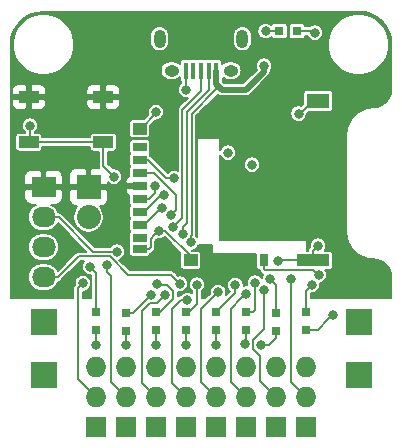
<source format=gbr>
G04 #@! TF.GenerationSoftware,KiCad,Pcbnew,5.1.5*
G04 #@! TF.CreationDate,2020-03-16T00:35:52-04:00*
G04 #@! TF.ProjectId,dot-driver,646f742d-6472-4697-9665-722e6b696361,rev?*
G04 #@! TF.SameCoordinates,Original*
G04 #@! TF.FileFunction,Copper,L1,Top*
G04 #@! TF.FilePolarity,Positive*
%FSLAX46Y46*%
G04 Gerber Fmt 4.6, Leading zero omitted, Abs format (unit mm)*
G04 Created by KiCad (PCBNEW 5.1.5) date 2020-03-16 00:35:52*
%MOMM*%
%LPD*%
G04 APERTURE LIST*
%ADD10R,0.797560X0.797560*%
%ADD11O,1.727200X1.727200*%
%ADD12R,1.727200X1.727200*%
%ADD13R,1.900000X1.300000*%
%ADD14R,2.800000X1.000000*%
%ADD15R,0.800000X1.000000*%
%ADD16R,1.200000X1.000000*%
%ADD17R,1.200000X0.700000*%
%ADD18O,2.032000X2.032000*%
%ADD19R,2.032000X2.032000*%
%ADD20R,2.032000X1.727200*%
%ADD21O,2.032000X1.727200*%
%ADD22R,2.235200X2.235200*%
%ADD23R,0.400000X1.350000*%
%ADD24O,1.250000X0.950000*%
%ADD25O,1.000000X1.550000*%
%ADD26R,1.700000X1.000000*%
%ADD27C,0.800000*%
%ADD28C,0.200000*%
%ADD29C,0.500000*%
G04 APERTURE END LIST*
D10*
X132080000Y-102641400D03*
X132080000Y-104140000D03*
X149860000Y-102641400D03*
X149860000Y-104140000D03*
D11*
X139700000Y-107315000D03*
X139700000Y-109855000D03*
D12*
X139700000Y-112395000D03*
D10*
X134620000Y-102755700D03*
X134620000Y-104254300D03*
X139700000Y-104140000D03*
X139700000Y-102641400D03*
X147599400Y-78867000D03*
X149098000Y-78867000D03*
D13*
X150885000Y-84765000D03*
D14*
X150435000Y-98265000D03*
D15*
X146285000Y-98265000D03*
D16*
X140085000Y-98265000D03*
X135785000Y-87115000D03*
D17*
X135785000Y-95265000D03*
X135785000Y-94165000D03*
X135785000Y-93065000D03*
X135785000Y-91965000D03*
X135785000Y-90865000D03*
X135785000Y-89765000D03*
X135785000Y-88665000D03*
X135785000Y-96365000D03*
X135785000Y-97315000D03*
D18*
X131445000Y-94615000D03*
D19*
X131445000Y-92075000D03*
D10*
X142240000Y-104140000D03*
X142240000Y-102641400D03*
X137160000Y-104140000D03*
X137160000Y-102641400D03*
D12*
X149860000Y-112395000D03*
D11*
X149860000Y-109855000D03*
X149860000Y-107315000D03*
X147320000Y-107315000D03*
X147320000Y-109855000D03*
D12*
X147320000Y-112395000D03*
D11*
X144780000Y-107315000D03*
X144780000Y-109855000D03*
D12*
X144780000Y-112395000D03*
X142240000Y-112395000D03*
D11*
X142240000Y-109855000D03*
X142240000Y-107315000D03*
D12*
X137160000Y-112395000D03*
D11*
X137160000Y-109855000D03*
X137160000Y-107315000D03*
X134620000Y-107315000D03*
X134620000Y-109855000D03*
D12*
X134620000Y-112395000D03*
X132080000Y-112395000D03*
D11*
X132080000Y-109855000D03*
X132080000Y-107315000D03*
D20*
X127635000Y-92075000D03*
D21*
X127635000Y-94615000D03*
X127635000Y-97155000D03*
X127635000Y-99695000D03*
D10*
X144780000Y-102641400D03*
X144780000Y-104140000D03*
X147320000Y-104254300D03*
X147320000Y-102755700D03*
D22*
X127635000Y-103505000D03*
X154305000Y-103505000D03*
X127635000Y-107950000D03*
X154305000Y-107950000D03*
D23*
X142270900Y-82207540D03*
X141620900Y-82207540D03*
X140970900Y-82207540D03*
X140320900Y-82207540D03*
X139670900Y-82207540D03*
D24*
X143470900Y-82207540D03*
X138470900Y-82207540D03*
D25*
X144470900Y-79507540D03*
X137470900Y-79507540D03*
D26*
X126390000Y-84460000D03*
X132690000Y-84460000D03*
X126390000Y-88260000D03*
X132690000Y-88260000D03*
D27*
X139700000Y-83820000D03*
X137160000Y-85725000D03*
X137795000Y-92710000D03*
X147451957Y-98298000D03*
X145288000Y-90170000D03*
X143256000Y-89154000D03*
X137414000Y-95758000D03*
X146431000Y-78867000D03*
X149225000Y-85852000D03*
X150876000Y-97028000D03*
X147955000Y-90805000D03*
X147320000Y-85725000D03*
X145420010Y-95884934D03*
X137414000Y-97028000D03*
X134366000Y-88519000D03*
X138303000Y-86360000D03*
X137541000Y-89789000D03*
X140100010Y-96754990D03*
X146304000Y-81788000D03*
X150622000Y-78994000D03*
X139420010Y-96012500D03*
X138609145Y-95422541D03*
X130960015Y-100226015D03*
X132989419Y-98693388D03*
X137922000Y-101191358D03*
X139822798Y-101642608D03*
X142423341Y-100978487D03*
X144780000Y-101092000D03*
X146305685Y-100799969D03*
X148590000Y-99822000D03*
X133858004Y-97536000D03*
X139171937Y-100257111D03*
X131572000Y-98806000D03*
X136770066Y-101191352D03*
X133604000Y-91186000D03*
X126492000Y-86868000D03*
X137234488Y-100305725D03*
X140623318Y-100330000D03*
X143877975Y-100392000D03*
X145540001Y-100156734D03*
X146812000Y-99822000D03*
X150368000Y-100330000D03*
X138684000Y-91313000D03*
X137087890Y-92002879D03*
X137655115Y-93839850D03*
X138459658Y-94433765D03*
X150922701Y-99497949D03*
X132080000Y-105410000D03*
X134620000Y-105410000D03*
X137160000Y-105410000D03*
X139700000Y-105442685D03*
X142240000Y-105410000D03*
X144649988Y-105390526D03*
X146050000Y-105410000D03*
X152146000Y-102870000D03*
D28*
X139670900Y-82207540D02*
X139670900Y-83790900D01*
X139670900Y-83790900D02*
X139700000Y-83820000D01*
X137160000Y-85840000D02*
X137160000Y-85725000D01*
X135885000Y-87115000D02*
X137160000Y-85840000D01*
X135600000Y-93980000D02*
X135785000Y-94165000D01*
X150435000Y-98265000D02*
X147484957Y-98265000D01*
X147484957Y-98265000D02*
X147451957Y-98298000D01*
X135785000Y-97315000D02*
X136585000Y-97315000D01*
X136713998Y-97186002D02*
X136713998Y-96458002D01*
X137014001Y-96157999D02*
X137414000Y-95758000D01*
X136713998Y-96458002D02*
X137014001Y-96157999D01*
X136585000Y-97315000D02*
X136713998Y-97186002D01*
X147599400Y-78867000D02*
X146431000Y-78867000D01*
X149352000Y-85852000D02*
X149225000Y-85852000D01*
X150885000Y-84765000D02*
X150439000Y-84765000D01*
X150439000Y-84765000D02*
X149352000Y-85852000D01*
X135785000Y-87115000D02*
X135885000Y-87115000D01*
X137922000Y-95758000D02*
X137414000Y-95758000D01*
X140085000Y-98265000D02*
X140085000Y-97921000D01*
X140085000Y-97921000D02*
X137922000Y-95758000D01*
X137604500Y-92710000D02*
X137795000Y-92710000D01*
X135785000Y-94165000D02*
X136149500Y-94165000D01*
X136149500Y-94165000D02*
X137604500Y-92710000D01*
X150435000Y-97469000D02*
X150876000Y-97028000D01*
X150435000Y-98265000D02*
X150435000Y-97469000D01*
X153670000Y-102870000D02*
X154305000Y-103505000D01*
X137414000Y-97282000D02*
X137414000Y-97028000D01*
X140100010Y-96920010D02*
X140335000Y-96685020D01*
X140184024Y-85867390D02*
X142270900Y-83780514D01*
X140184024Y-96105291D02*
X140184024Y-85867390D01*
X142270900Y-83082540D02*
X142270900Y-82207540D01*
X140100010Y-96754990D02*
X140100010Y-96189305D01*
X140100010Y-96189305D02*
X140184024Y-96105291D01*
X142270900Y-83780514D02*
X142270900Y-83082540D01*
D29*
X142270900Y-83382540D02*
X142270900Y-82207540D01*
X146304000Y-81788000D02*
X146304000Y-82296000D01*
X146304000Y-82296000D02*
X144780000Y-83820000D01*
X144780000Y-83820000D02*
X142708360Y-83820000D01*
X142708360Y-83820000D02*
X142270900Y-83382540D01*
D28*
X149098000Y-78867000D02*
X150495000Y-78867000D01*
X150495000Y-78867000D02*
X150622000Y-78994000D01*
X141620900Y-82207540D02*
X141620900Y-83864816D01*
X139420010Y-95446815D02*
X139420010Y-96012500D01*
X139784013Y-95082812D02*
X139420010Y-95446815D01*
X139784013Y-85701703D02*
X139784013Y-95082812D01*
X141620900Y-83864816D02*
X139784013Y-85701703D01*
X139384002Y-94647684D02*
X139009144Y-95022542D01*
X139009144Y-95022542D02*
X138609145Y-95422541D01*
X139384002Y-85536014D02*
X139384002Y-94647684D01*
X140970900Y-82207540D02*
X140970900Y-83949116D01*
X140970900Y-83949116D02*
X139384002Y-85536014D01*
X130560016Y-108335016D02*
X130560016Y-100626014D01*
X130560016Y-100626014D02*
X130960015Y-100226015D01*
X132080000Y-109855000D02*
X130560016Y-108335016D01*
X134620000Y-109855000D02*
X133350000Y-108585000D01*
X132989419Y-99259073D02*
X132989419Y-98693388D01*
X133350000Y-108585000D02*
X133350000Y-99619654D01*
X133350000Y-99619654D02*
X132989419Y-99259073D01*
X135967236Y-102596835D02*
X136672717Y-101891354D01*
X137160000Y-109855000D02*
X135967236Y-108662236D01*
X136672717Y-101891354D02*
X137222004Y-101891354D01*
X137522001Y-101591357D02*
X137922000Y-101191358D01*
X135967236Y-108662236D02*
X135967236Y-102596835D01*
X137222004Y-101891354D02*
X137522001Y-101591357D01*
X139257113Y-101642608D02*
X139822798Y-101642608D01*
X138522606Y-108677606D02*
X138522606Y-102377115D01*
X139700000Y-109855000D02*
X138522606Y-108677606D01*
X138522606Y-102377115D02*
X139257113Y-101642608D01*
X142023342Y-101378486D02*
X142423341Y-100978487D01*
X140969992Y-108584992D02*
X140969992Y-102431836D01*
X142240000Y-109855000D02*
X140969992Y-108584992D01*
X140969992Y-102431836D02*
X142023342Y-101378486D01*
X144380001Y-101491999D02*
X144780000Y-101092000D01*
X143510000Y-102362000D02*
X144380001Y-101491999D01*
X143510000Y-108585000D02*
X143510000Y-102362000D01*
X144780000Y-109855000D02*
X143510000Y-108585000D01*
X145349998Y-105059822D02*
X146305685Y-104104135D01*
X145984998Y-108519998D02*
X145984998Y-106381002D01*
X145984998Y-106381002D02*
X145349998Y-105746002D01*
X146305685Y-101365654D02*
X146305685Y-100799969D01*
X145349998Y-105746002D02*
X145349998Y-105059822D01*
X147320000Y-109855000D02*
X145984998Y-108519998D01*
X146305685Y-104104135D02*
X146305685Y-101365654D01*
X149860000Y-109855000D02*
X148590000Y-108585000D01*
X148590000Y-108585000D02*
X148590000Y-99822000D01*
X128905000Y-94615000D02*
X131826000Y-97536000D01*
X127635000Y-94615000D02*
X128905000Y-94615000D01*
X131826000Y-97536000D02*
X133858004Y-97536000D01*
X127635000Y-99695000D02*
X128851000Y-99695000D01*
X128851000Y-99695000D02*
X130609989Y-97936011D01*
X138429836Y-99515010D02*
X138771938Y-99857112D01*
X138771938Y-99857112D02*
X139171937Y-100257111D01*
X134801006Y-99515010D02*
X138429836Y-99515010D01*
X133222007Y-97936011D02*
X134801006Y-99515010D01*
X130609989Y-97936011D02*
X133222007Y-97936011D01*
X132080000Y-99314000D02*
X131572000Y-98806000D01*
X132080000Y-102641400D02*
X132080000Y-99314000D01*
X134620000Y-102755700D02*
X135218780Y-102755700D01*
X136770066Y-101204414D02*
X136770066Y-101191352D01*
X135218780Y-102755700D02*
X136770066Y-101204414D01*
X126492000Y-88158000D02*
X126390000Y-88260000D01*
X126492000Y-86868000D02*
X126492000Y-88158000D01*
X132690000Y-88260000D02*
X126390000Y-88260000D01*
X132690000Y-90272000D02*
X133604000Y-91186000D01*
X132690000Y-88260000D02*
X132690000Y-90272000D01*
X138096451Y-100330000D02*
X137414000Y-100330000D01*
X137160000Y-102641400D02*
X137507962Y-102641400D01*
X138622002Y-101527360D02*
X138622002Y-100855551D01*
X137507962Y-102641400D02*
X138622002Y-101527360D01*
X138622002Y-100855551D02*
X138096451Y-100330000D01*
X137258763Y-100330000D02*
X137234488Y-100305725D01*
X137414000Y-100330000D02*
X137258763Y-100330000D01*
X140623318Y-101939351D02*
X140623318Y-100895685D01*
X139921269Y-102641400D02*
X140623318Y-101939351D01*
X139700000Y-102641400D02*
X139921269Y-102641400D01*
X140623318Y-100895685D02*
X140623318Y-100330000D01*
X142240000Y-102641400D02*
X143877975Y-101003425D01*
X143877975Y-101003425D02*
X143877975Y-100392000D01*
X144780000Y-102641400D02*
X144780000Y-102456310D01*
X145540001Y-102480179D02*
X145540001Y-100722419D01*
X144780000Y-102641400D02*
X145378780Y-102641400D01*
X145378780Y-102641400D02*
X145540001Y-102480179D01*
X145540001Y-100722419D02*
X145540001Y-100156734D01*
X147320000Y-102755700D02*
X147320000Y-100330000D01*
X147320000Y-100330000D02*
X146812000Y-99822000D01*
X149860000Y-102641400D02*
X149860000Y-100838000D01*
X149860000Y-100838000D02*
X150368000Y-100330000D01*
X138118315Y-91313000D02*
X138684000Y-91313000D01*
X136480998Y-89765000D02*
X138028998Y-91313000D01*
X138028998Y-91313000D02*
X138118315Y-91313000D01*
X135785000Y-89765000D02*
X136480998Y-89765000D01*
X136591454Y-93065000D02*
X137087890Y-92568564D01*
X135785000Y-93065000D02*
X136591454Y-93065000D01*
X137087890Y-92568564D02*
X137087890Y-92002879D01*
X137554150Y-93839850D02*
X137655115Y-93839850D01*
X135785000Y-95265000D02*
X136129000Y-95265000D01*
X136129000Y-95265000D02*
X137554150Y-93839850D01*
X137015298Y-90865000D02*
X138859657Y-92709359D01*
X138859657Y-92709359D02*
X138859657Y-94033766D01*
X138859657Y-94033766D02*
X138459658Y-94433765D01*
X135785000Y-90865000D02*
X137015298Y-90865000D01*
X150489753Y-99065001D02*
X150922701Y-99497949D01*
X146385001Y-99065001D02*
X150489753Y-99065001D01*
X146285000Y-98265000D02*
X146285000Y-98965000D01*
X146285000Y-98965000D02*
X146385001Y-99065001D01*
X132080000Y-104140000D02*
X132080000Y-105410000D01*
X134620000Y-104254300D02*
X134620000Y-105410000D01*
X137160000Y-104140000D02*
X137160000Y-105410000D01*
X139700000Y-104140000D02*
X139700000Y-105442685D01*
X142240000Y-104140000D02*
X142240000Y-105410000D01*
X144780000Y-105260514D02*
X144649988Y-105390526D01*
X144780000Y-104140000D02*
X144780000Y-105260514D01*
X146763080Y-105410000D02*
X146615685Y-105410000D01*
X146615685Y-105410000D02*
X146050000Y-105410000D01*
X147320000Y-104853080D02*
X146763080Y-105410000D01*
X147320000Y-104254300D02*
X147320000Y-104853080D01*
X150876000Y-104140000D02*
X151746001Y-103269999D01*
X149860000Y-104140000D02*
X150876000Y-104140000D01*
X151746001Y-103269999D02*
X152146000Y-102870000D01*
G36*
X154843626Y-77289731D02*
G01*
X155361739Y-77446158D01*
X155839599Y-77700241D01*
X156259009Y-78042303D01*
X156603990Y-78459314D01*
X156861401Y-78935384D01*
X157021441Y-79452392D01*
X157079995Y-80009489D01*
X157080000Y-80010815D01*
X157080001Y-83800428D01*
X157049456Y-84111948D01*
X156964667Y-84392783D01*
X156826949Y-84651793D01*
X156641542Y-84879123D01*
X156415513Y-85066111D01*
X156157466Y-85205636D01*
X155877237Y-85292382D01*
X155566647Y-85325026D01*
X155560317Y-85325048D01*
X155542926Y-85326814D01*
X155525448Y-85326692D01*
X155519890Y-85327237D01*
X155150135Y-85366100D01*
X155114603Y-85373394D01*
X155079010Y-85380184D01*
X155073663Y-85381798D01*
X154718499Y-85491740D01*
X154685106Y-85505777D01*
X154651465Y-85519369D01*
X154646534Y-85521991D01*
X154319489Y-85698823D01*
X154289448Y-85719086D01*
X154259096Y-85738948D01*
X154254768Y-85742478D01*
X153968298Y-85979467D01*
X153942768Y-86005176D01*
X153916851Y-86030556D01*
X153913291Y-86034860D01*
X153678307Y-86322977D01*
X153658237Y-86353184D01*
X153637762Y-86383088D01*
X153635109Y-86387996D01*
X153635106Y-86388000D01*
X153635106Y-86388001D01*
X153460561Y-86716273D01*
X153446742Y-86749799D01*
X153432464Y-86783113D01*
X153430812Y-86788448D01*
X153323352Y-87144371D01*
X153316305Y-87179963D01*
X153308773Y-87215397D01*
X153308189Y-87220952D01*
X153271909Y-87590967D01*
X153270000Y-87610354D01*
X153270001Y-95904647D01*
X153271775Y-95922659D01*
X153271692Y-95934552D01*
X153272237Y-95940111D01*
X153311100Y-96309865D01*
X153318386Y-96345360D01*
X153325183Y-96380990D01*
X153326798Y-96386337D01*
X153436740Y-96741500D01*
X153450772Y-96774880D01*
X153464369Y-96808535D01*
X153466991Y-96813466D01*
X153643823Y-97140511D01*
X153664112Y-97170590D01*
X153683948Y-97200904D01*
X153687478Y-97205232D01*
X153924467Y-97491702D01*
X153950212Y-97517268D01*
X153975557Y-97543149D01*
X153979860Y-97546710D01*
X154267977Y-97781693D01*
X154298184Y-97801763D01*
X154328088Y-97822238D01*
X154332996Y-97824891D01*
X154333000Y-97824894D01*
X154333004Y-97824896D01*
X154661273Y-97999439D01*
X154694785Y-98013252D01*
X154728112Y-98027536D01*
X154733448Y-98029188D01*
X155089370Y-98136648D01*
X155124977Y-98143698D01*
X155160397Y-98151227D01*
X155165949Y-98151811D01*
X155165951Y-98151811D01*
X155535967Y-98188091D01*
X155866948Y-98220544D01*
X156147784Y-98305334D01*
X156406790Y-98443049D01*
X156634124Y-98628459D01*
X156821111Y-98854487D01*
X156960636Y-99112534D01*
X157047381Y-99392761D01*
X157080000Y-99703105D01*
X157080000Y-101500000D01*
X150260000Y-101500000D01*
X150260000Y-101022231D01*
X150299056Y-101030000D01*
X150436944Y-101030000D01*
X150572182Y-101003099D01*
X150699574Y-100950332D01*
X150814224Y-100873726D01*
X150911726Y-100776224D01*
X150988332Y-100661574D01*
X151041099Y-100534182D01*
X151068000Y-100398944D01*
X151068000Y-100261056D01*
X151053019Y-100185741D01*
X151126883Y-100171048D01*
X151254275Y-100118281D01*
X151368925Y-100041675D01*
X151466427Y-99944173D01*
X151543033Y-99829523D01*
X151595800Y-99702131D01*
X151622701Y-99566893D01*
X151622701Y-99429005D01*
X151595800Y-99293767D01*
X151543033Y-99166375D01*
X151476267Y-99066451D01*
X151835000Y-99066451D01*
X151893810Y-99060659D01*
X151950360Y-99043504D01*
X152002477Y-99015647D01*
X152048158Y-98978158D01*
X152085647Y-98932477D01*
X152113504Y-98880360D01*
X152130659Y-98823810D01*
X152136451Y-98765000D01*
X152136451Y-97765000D01*
X152130659Y-97706190D01*
X152113504Y-97649640D01*
X152085647Y-97597523D01*
X152048158Y-97551842D01*
X152002477Y-97514353D01*
X151950360Y-97486496D01*
X151893810Y-97469341D01*
X151835000Y-97463549D01*
X151426859Y-97463549D01*
X151496332Y-97359574D01*
X151549099Y-97232182D01*
X151576000Y-97096944D01*
X151576000Y-96959056D01*
X151549099Y-96823818D01*
X151496332Y-96696426D01*
X151419726Y-96581776D01*
X151322224Y-96484274D01*
X151207574Y-96407668D01*
X151080182Y-96354901D01*
X150944944Y-96328000D01*
X150807056Y-96328000D01*
X150671818Y-96354901D01*
X150544426Y-96407668D01*
X150429776Y-96484274D01*
X150332274Y-96581776D01*
X150255668Y-96696426D01*
X150202901Y-96823818D01*
X150176000Y-96959056D01*
X150176000Y-97096944D01*
X150186846Y-97151469D01*
X150166047Y-97172268D01*
X150150790Y-97184789D01*
X150138268Y-97200047D01*
X150138265Y-97200050D01*
X150100803Y-97245698D01*
X150063661Y-97315186D01*
X150040788Y-97390587D01*
X150033602Y-97463549D01*
X149960000Y-97463549D01*
X149960000Y-96647000D01*
X149958079Y-96627491D01*
X149952388Y-96608732D01*
X149943147Y-96591443D01*
X149930711Y-96576289D01*
X149915557Y-96563853D01*
X149898268Y-96554612D01*
X149879509Y-96548921D01*
X149860000Y-96547000D01*
X142594000Y-96547000D01*
X142594000Y-90101056D01*
X144588000Y-90101056D01*
X144588000Y-90238944D01*
X144614901Y-90374182D01*
X144667668Y-90501574D01*
X144744274Y-90616224D01*
X144841776Y-90713726D01*
X144956426Y-90790332D01*
X145083818Y-90843099D01*
X145219056Y-90870000D01*
X145356944Y-90870000D01*
X145492182Y-90843099D01*
X145619574Y-90790332D01*
X145734224Y-90713726D01*
X145831726Y-90616224D01*
X145908332Y-90501574D01*
X145961099Y-90374182D01*
X145988000Y-90238944D01*
X145988000Y-90101056D01*
X145961099Y-89965818D01*
X145908332Y-89838426D01*
X145831726Y-89723776D01*
X145734224Y-89626274D01*
X145619574Y-89549668D01*
X145492182Y-89496901D01*
X145356944Y-89470000D01*
X145219056Y-89470000D01*
X145083818Y-89496901D01*
X144956426Y-89549668D01*
X144841776Y-89626274D01*
X144744274Y-89723776D01*
X144667668Y-89838426D01*
X144614901Y-89965818D01*
X144588000Y-90101056D01*
X142594000Y-90101056D01*
X142594000Y-89384978D01*
X142635668Y-89485574D01*
X142712274Y-89600224D01*
X142809776Y-89697726D01*
X142924426Y-89774332D01*
X143051818Y-89827099D01*
X143187056Y-89854000D01*
X143324944Y-89854000D01*
X143460182Y-89827099D01*
X143587574Y-89774332D01*
X143702224Y-89697726D01*
X143799726Y-89600224D01*
X143876332Y-89485574D01*
X143929099Y-89358182D01*
X143956000Y-89222944D01*
X143956000Y-89085056D01*
X143929099Y-88949818D01*
X143876332Y-88822426D01*
X143799726Y-88707776D01*
X143702224Y-88610274D01*
X143587574Y-88533668D01*
X143460182Y-88480901D01*
X143324944Y-88454000D01*
X143187056Y-88454000D01*
X143051818Y-88480901D01*
X142924426Y-88533668D01*
X142809776Y-88610274D01*
X142712274Y-88707776D01*
X142635668Y-88822426D01*
X142594000Y-88923022D01*
X142594000Y-88011000D01*
X142592079Y-87991491D01*
X142586388Y-87972732D01*
X142577147Y-87955443D01*
X142564711Y-87940289D01*
X142549557Y-87927853D01*
X142532268Y-87918612D01*
X142513509Y-87912921D01*
X142494000Y-87911000D01*
X140716000Y-87911000D01*
X140696491Y-87912921D01*
X140677732Y-87918612D01*
X140660443Y-87927853D01*
X140645289Y-87940289D01*
X140632853Y-87955443D01*
X140623612Y-87972732D01*
X140617921Y-87991491D01*
X140616000Y-88011000D01*
X140616000Y-96281030D01*
X140564374Y-96229404D01*
X140578236Y-96183705D01*
X140584024Y-96124938D01*
X140584024Y-96124937D01*
X140585959Y-96105291D01*
X140584024Y-96085644D01*
X140584024Y-86033075D01*
X140834043Y-85783056D01*
X148525000Y-85783056D01*
X148525000Y-85920944D01*
X148551901Y-86056182D01*
X148604668Y-86183574D01*
X148681274Y-86298224D01*
X148778776Y-86395726D01*
X148893426Y-86472332D01*
X149020818Y-86525099D01*
X149156056Y-86552000D01*
X149293944Y-86552000D01*
X149429182Y-86525099D01*
X149556574Y-86472332D01*
X149671224Y-86395726D01*
X149768726Y-86298224D01*
X149845332Y-86183574D01*
X149898099Y-86056182D01*
X149925000Y-85920944D01*
X149925000Y-85844685D01*
X150053234Y-85716451D01*
X151835000Y-85716451D01*
X151893810Y-85710659D01*
X151950360Y-85693504D01*
X152002477Y-85665647D01*
X152048158Y-85628158D01*
X152085647Y-85582477D01*
X152113504Y-85530360D01*
X152130659Y-85473810D01*
X152136451Y-85415000D01*
X152136451Y-84115000D01*
X152130659Y-84056190D01*
X152113504Y-83999640D01*
X152085647Y-83947523D01*
X152048158Y-83901842D01*
X152002477Y-83864353D01*
X151950360Y-83836496D01*
X151893810Y-83819341D01*
X151835000Y-83813549D01*
X149935000Y-83813549D01*
X149876190Y-83819341D01*
X149819640Y-83836496D01*
X149767523Y-83864353D01*
X149721842Y-83901842D01*
X149684353Y-83947523D01*
X149656496Y-83999640D01*
X149639341Y-84056190D01*
X149633549Y-84115000D01*
X149633549Y-85004765D01*
X149450559Y-85187756D01*
X149429182Y-85178901D01*
X149293944Y-85152000D01*
X149156056Y-85152000D01*
X149020818Y-85178901D01*
X148893426Y-85231668D01*
X148778776Y-85308274D01*
X148681274Y-85405776D01*
X148604668Y-85520426D01*
X148551901Y-85647818D01*
X148525000Y-85783056D01*
X140834043Y-85783056D01*
X142366309Y-84250790D01*
X142401318Y-84279521D01*
X142496865Y-84330592D01*
X142520995Y-84337912D01*
X142600541Y-84362042D01*
X142681342Y-84370000D01*
X142681352Y-84370000D01*
X142708360Y-84372660D01*
X142735368Y-84370000D01*
X144752992Y-84370000D01*
X144780000Y-84372660D01*
X144807008Y-84370000D01*
X144807018Y-84370000D01*
X144887819Y-84362042D01*
X144991494Y-84330592D01*
X145087042Y-84279521D01*
X145170790Y-84210790D01*
X145188013Y-84189804D01*
X146673810Y-82704008D01*
X146694790Y-82686790D01*
X146712008Y-82665810D01*
X146712013Y-82665805D01*
X146763520Y-82603043D01*
X146814591Y-82507495D01*
X146814592Y-82507494D01*
X146846042Y-82403819D01*
X146854000Y-82323018D01*
X146854000Y-82323009D01*
X146856660Y-82296001D01*
X146854000Y-82268993D01*
X146854000Y-82224834D01*
X146924332Y-82119574D01*
X146977099Y-81992182D01*
X147004000Y-81856944D01*
X147004000Y-81719056D01*
X146977099Y-81583818D01*
X146924332Y-81456426D01*
X146847726Y-81341776D01*
X146750224Y-81244274D01*
X146635574Y-81167668D01*
X146508182Y-81114901D01*
X146372944Y-81088000D01*
X146235056Y-81088000D01*
X146099818Y-81114901D01*
X145972426Y-81167668D01*
X145857776Y-81244274D01*
X145760274Y-81341776D01*
X145683668Y-81456426D01*
X145630901Y-81583818D01*
X145604000Y-81719056D01*
X145604000Y-81856944D01*
X145630901Y-81992182D01*
X145683668Y-82119574D01*
X145691254Y-82130928D01*
X144552183Y-83270000D01*
X142936178Y-83270000D01*
X142820900Y-83154723D01*
X142820900Y-82799774D01*
X142888250Y-82855046D01*
X143022886Y-82927010D01*
X143168974Y-82971326D01*
X143282835Y-82982540D01*
X143658965Y-82982540D01*
X143772826Y-82971326D01*
X143918914Y-82927010D01*
X144053550Y-82855046D01*
X144171559Y-82758199D01*
X144268406Y-82640190D01*
X144340370Y-82505554D01*
X144384686Y-82359466D01*
X144399649Y-82207540D01*
X144384686Y-82055614D01*
X144340370Y-81909526D01*
X144268406Y-81774890D01*
X144171559Y-81656881D01*
X144053550Y-81560034D01*
X143918914Y-81488070D01*
X143772826Y-81443754D01*
X143658965Y-81432540D01*
X143282835Y-81432540D01*
X143168974Y-81443754D01*
X143022886Y-81488070D01*
X142888250Y-81560034D01*
X142772351Y-81655149D01*
X142772351Y-81532540D01*
X142766559Y-81473730D01*
X142749404Y-81417180D01*
X142721547Y-81365063D01*
X142684058Y-81319382D01*
X142638377Y-81281893D01*
X142586260Y-81254036D01*
X142529710Y-81236881D01*
X142470900Y-81231089D01*
X142070900Y-81231089D01*
X142012090Y-81236881D01*
X141955540Y-81254036D01*
X141945900Y-81259189D01*
X141936260Y-81254036D01*
X141879710Y-81236881D01*
X141820900Y-81231089D01*
X141420900Y-81231089D01*
X141362090Y-81236881D01*
X141305540Y-81254036D01*
X141295900Y-81259189D01*
X141286260Y-81254036D01*
X141229710Y-81236881D01*
X141170900Y-81231089D01*
X140770900Y-81231089D01*
X140712090Y-81236881D01*
X140655540Y-81254036D01*
X140645900Y-81259189D01*
X140636260Y-81254036D01*
X140579710Y-81236881D01*
X140520900Y-81231089D01*
X140120900Y-81231089D01*
X140062090Y-81236881D01*
X140005540Y-81254036D01*
X139995900Y-81259189D01*
X139986260Y-81254036D01*
X139929710Y-81236881D01*
X139870900Y-81231089D01*
X139470900Y-81231089D01*
X139412090Y-81236881D01*
X139355540Y-81254036D01*
X139303423Y-81281893D01*
X139257742Y-81319382D01*
X139220253Y-81365063D01*
X139192396Y-81417180D01*
X139175241Y-81473730D01*
X139169449Y-81532540D01*
X139169449Y-81655149D01*
X139053550Y-81560034D01*
X138918914Y-81488070D01*
X138772826Y-81443754D01*
X138658965Y-81432540D01*
X138282835Y-81432540D01*
X138168974Y-81443754D01*
X138022886Y-81488070D01*
X137888250Y-81560034D01*
X137770241Y-81656881D01*
X137673394Y-81774890D01*
X137601430Y-81909526D01*
X137557114Y-82055614D01*
X137542151Y-82207540D01*
X137557114Y-82359466D01*
X137601430Y-82505554D01*
X137673394Y-82640190D01*
X137770241Y-82758199D01*
X137888250Y-82855046D01*
X138022886Y-82927010D01*
X138168974Y-82971326D01*
X138282835Y-82982540D01*
X138658965Y-82982540D01*
X138772826Y-82971326D01*
X138918914Y-82927010D01*
X139053550Y-82855046D01*
X139169449Y-82759931D01*
X139169449Y-82882540D01*
X139175241Y-82941350D01*
X139192396Y-82997900D01*
X139220253Y-83050017D01*
X139257742Y-83095698D01*
X139270901Y-83106497D01*
X139270901Y-83264832D01*
X139253776Y-83276274D01*
X139156274Y-83373776D01*
X139079668Y-83488426D01*
X139026901Y-83615818D01*
X139000000Y-83751056D01*
X139000000Y-83888944D01*
X139026901Y-84024182D01*
X139079668Y-84151574D01*
X139156274Y-84266224D01*
X139253776Y-84363726D01*
X139368426Y-84440332D01*
X139495818Y-84493099D01*
X139631056Y-84520000D01*
X139768944Y-84520000D01*
X139850567Y-84503764D01*
X139115054Y-85239277D01*
X139099791Y-85251803D01*
X139049805Y-85312712D01*
X139012662Y-85382201D01*
X138994890Y-85440789D01*
X138989790Y-85457601D01*
X138982067Y-85536014D01*
X138984002Y-85555660D01*
X138984003Y-90679591D01*
X138888182Y-90639901D01*
X138752944Y-90613000D01*
X138615056Y-90613000D01*
X138479818Y-90639901D01*
X138352426Y-90692668D01*
X138237776Y-90769274D01*
X138144367Y-90862684D01*
X136777735Y-89496052D01*
X136765209Y-89480789D01*
X136704301Y-89430803D01*
X136686451Y-89421262D01*
X136686451Y-89415000D01*
X136680659Y-89356190D01*
X136663504Y-89299640D01*
X136635647Y-89247523D01*
X136608956Y-89215000D01*
X136635647Y-89182477D01*
X136663504Y-89130360D01*
X136680659Y-89073810D01*
X136686451Y-89015000D01*
X136686451Y-88315000D01*
X136680659Y-88256190D01*
X136663504Y-88199640D01*
X136635647Y-88147523D01*
X136598158Y-88101842D01*
X136552477Y-88064353D01*
X136500360Y-88036496D01*
X136443810Y-88019341D01*
X136385000Y-88013549D01*
X135185000Y-88013549D01*
X135126190Y-88019341D01*
X135069640Y-88036496D01*
X135017523Y-88064353D01*
X134971842Y-88101842D01*
X134934353Y-88147523D01*
X134906496Y-88199640D01*
X134889341Y-88256190D01*
X134883549Y-88315000D01*
X134883549Y-89015000D01*
X134889341Y-89073810D01*
X134906496Y-89130360D01*
X134934353Y-89182477D01*
X134961044Y-89215000D01*
X134934353Y-89247523D01*
X134906496Y-89299640D01*
X134889341Y-89356190D01*
X134883549Y-89415000D01*
X134883549Y-90115000D01*
X134889341Y-90173810D01*
X134906496Y-90230360D01*
X134934353Y-90282477D01*
X134961044Y-90315000D01*
X134934353Y-90347523D01*
X134906496Y-90399640D01*
X134889341Y-90456190D01*
X134883549Y-90515000D01*
X134883549Y-91086725D01*
X134845579Y-91107020D01*
X134752999Y-91182999D01*
X134677020Y-91275579D01*
X134620563Y-91381203D01*
X134585797Y-91495811D01*
X134574058Y-91615000D01*
X134577000Y-91659000D01*
X134729000Y-91811000D01*
X135631000Y-91811000D01*
X135631000Y-91791000D01*
X135939000Y-91791000D01*
X135939000Y-91811000D01*
X135959000Y-91811000D01*
X135959000Y-92119000D01*
X135939000Y-92119000D01*
X135939000Y-92139000D01*
X135631000Y-92139000D01*
X135631000Y-92119000D01*
X134729000Y-92119000D01*
X134577000Y-92271000D01*
X134574058Y-92315000D01*
X134585797Y-92434189D01*
X134620563Y-92548797D01*
X134677020Y-92654421D01*
X134752999Y-92747001D01*
X134845579Y-92822980D01*
X134883549Y-92843275D01*
X134883549Y-93415000D01*
X134889341Y-93473810D01*
X134906496Y-93530360D01*
X134934353Y-93582477D01*
X134961044Y-93615000D01*
X134934353Y-93647523D01*
X134906496Y-93699640D01*
X134889341Y-93756190D01*
X134883549Y-93815000D01*
X134883549Y-94515000D01*
X134889341Y-94573810D01*
X134906496Y-94630360D01*
X134934353Y-94682477D01*
X134961044Y-94715000D01*
X134934353Y-94747523D01*
X134906496Y-94799640D01*
X134889341Y-94856190D01*
X134883549Y-94915000D01*
X134883549Y-95615000D01*
X134889341Y-95673810D01*
X134906496Y-95730360D01*
X134934353Y-95782477D01*
X134961044Y-95815000D01*
X134934353Y-95847523D01*
X134906496Y-95899640D01*
X134889341Y-95956190D01*
X134883549Y-96015000D01*
X134883549Y-96715000D01*
X134889341Y-96773810D01*
X134906496Y-96830360D01*
X134911649Y-96840000D01*
X134906496Y-96849640D01*
X134889341Y-96906190D01*
X134883549Y-96965000D01*
X134883549Y-97665000D01*
X134889341Y-97723810D01*
X134906496Y-97780360D01*
X134934353Y-97832477D01*
X134971842Y-97878158D01*
X135017523Y-97915647D01*
X135069640Y-97943504D01*
X135126190Y-97960659D01*
X135185000Y-97966451D01*
X136385000Y-97966451D01*
X136443810Y-97960659D01*
X136500360Y-97943504D01*
X136552477Y-97915647D01*
X136598158Y-97878158D01*
X136635647Y-97832477D01*
X136663504Y-97780360D01*
X136680659Y-97723810D01*
X136682672Y-97703370D01*
X136738814Y-97686340D01*
X136808303Y-97649197D01*
X136869211Y-97599211D01*
X136881738Y-97583947D01*
X136982942Y-97482742D01*
X136998209Y-97470213D01*
X137048195Y-97409305D01*
X137085338Y-97339816D01*
X137108210Y-97264416D01*
X137113998Y-97205649D01*
X137113998Y-97205648D01*
X137115933Y-97186002D01*
X137113998Y-97166355D01*
X137113998Y-96623687D01*
X137290532Y-96447154D01*
X137345056Y-96458000D01*
X137482944Y-96458000D01*
X137618182Y-96431099D01*
X137745574Y-96378332D01*
X137860224Y-96301726D01*
X137880132Y-96281818D01*
X139220937Y-97622623D01*
X139206496Y-97649640D01*
X139189341Y-97706190D01*
X139183549Y-97765000D01*
X139183549Y-98765000D01*
X139189341Y-98823810D01*
X139206496Y-98880360D01*
X139234353Y-98932477D01*
X139271842Y-98978158D01*
X139317523Y-99015647D01*
X139369640Y-99043504D01*
X139426190Y-99060659D01*
X139485000Y-99066451D01*
X140685000Y-99066451D01*
X140743810Y-99060659D01*
X140800360Y-99043504D01*
X140852477Y-99015647D01*
X140898158Y-98978158D01*
X140935647Y-98932477D01*
X140963504Y-98880360D01*
X140980659Y-98823810D01*
X140986451Y-98765000D01*
X140986451Y-97765000D01*
X140980659Y-97706190D01*
X140963504Y-97649640D01*
X140935647Y-97597523D01*
X140898158Y-97551842D01*
X140852477Y-97514353D01*
X140800360Y-97486496D01*
X140743810Y-97469341D01*
X140685000Y-97463549D01*
X140193235Y-97463549D01*
X140182067Y-97452382D01*
X140304192Y-97428089D01*
X140431584Y-97375322D01*
X140546234Y-97298716D01*
X140643736Y-97201214D01*
X140720342Y-97086564D01*
X140755783Y-97001000D01*
X141886000Y-97001000D01*
X141886000Y-97663000D01*
X141887921Y-97682509D01*
X141893612Y-97701268D01*
X141902853Y-97718557D01*
X141915289Y-97733711D01*
X141930443Y-97746147D01*
X141947732Y-97755388D01*
X141966491Y-97761079D01*
X141986000Y-97763000D01*
X145583746Y-97763000D01*
X145583549Y-97765000D01*
X145583549Y-98765000D01*
X145589341Y-98823810D01*
X145606496Y-98880360D01*
X145634353Y-98932477D01*
X145671842Y-98978158D01*
X145717523Y-99015647D01*
X145769640Y-99043504D01*
X145826190Y-99060659D01*
X145885000Y-99066451D01*
X145897777Y-99066451D01*
X145913661Y-99118814D01*
X145950803Y-99188302D01*
X145988265Y-99233950D01*
X145988268Y-99233953D01*
X146000790Y-99249211D01*
X146016048Y-99261733D01*
X146088264Y-99333949D01*
X146100790Y-99349212D01*
X146161698Y-99399198D01*
X146228696Y-99435009D01*
X146191668Y-99490426D01*
X146138901Y-99617818D01*
X146112036Y-99752877D01*
X146083727Y-99710510D01*
X145986225Y-99613008D01*
X145871575Y-99536402D01*
X145744183Y-99483635D01*
X145608945Y-99456734D01*
X145471057Y-99456734D01*
X145335819Y-99483635D01*
X145208427Y-99536402D01*
X145093777Y-99613008D01*
X144996275Y-99710510D01*
X144919669Y-99825160D01*
X144866902Y-99952552D01*
X144840001Y-100087790D01*
X144840001Y-100225678D01*
X144866902Y-100360916D01*
X144882546Y-100398684D01*
X144848944Y-100392000D01*
X144711056Y-100392000D01*
X144577975Y-100418472D01*
X144577975Y-100323056D01*
X144551074Y-100187818D01*
X144498307Y-100060426D01*
X144421701Y-99945776D01*
X144324199Y-99848274D01*
X144209549Y-99771668D01*
X144082157Y-99718901D01*
X143946919Y-99692000D01*
X143809031Y-99692000D01*
X143673793Y-99718901D01*
X143546401Y-99771668D01*
X143431751Y-99848274D01*
X143334249Y-99945776D01*
X143257643Y-100060426D01*
X143204876Y-100187818D01*
X143177975Y-100323056D01*
X143177975Y-100460944D01*
X143204876Y-100596182D01*
X143257643Y-100723574D01*
X143334249Y-100838224D01*
X143405870Y-100909845D01*
X143070556Y-101245159D01*
X143096440Y-101182669D01*
X143123341Y-101047431D01*
X143123341Y-100909543D01*
X143096440Y-100774305D01*
X143043673Y-100646913D01*
X142967067Y-100532263D01*
X142869565Y-100434761D01*
X142754915Y-100358155D01*
X142627523Y-100305388D01*
X142492285Y-100278487D01*
X142354397Y-100278487D01*
X142219159Y-100305388D01*
X142091767Y-100358155D01*
X141977117Y-100434761D01*
X141879615Y-100532263D01*
X141803009Y-100646913D01*
X141750242Y-100774305D01*
X141723341Y-100909543D01*
X141723341Y-101047431D01*
X141734187Y-101101955D01*
X141336143Y-101500000D01*
X141023318Y-101500000D01*
X141023318Y-100904612D01*
X141069542Y-100873726D01*
X141167044Y-100776224D01*
X141243650Y-100661574D01*
X141296417Y-100534182D01*
X141323318Y-100398944D01*
X141323318Y-100261056D01*
X141296417Y-100125818D01*
X141243650Y-99998426D01*
X141167044Y-99883776D01*
X141069542Y-99786274D01*
X140954892Y-99709668D01*
X140827500Y-99656901D01*
X140692262Y-99630000D01*
X140554374Y-99630000D01*
X140419136Y-99656901D01*
X140291744Y-99709668D01*
X140177094Y-99786274D01*
X140079592Y-99883776D01*
X140002986Y-99998426D01*
X139950219Y-100125818D01*
X139923318Y-100261056D01*
X139923318Y-100398944D01*
X139950219Y-100534182D01*
X140002986Y-100661574D01*
X140079592Y-100776224D01*
X140177094Y-100873726D01*
X140223318Y-100904612D01*
X140223318Y-100915331D01*
X140223319Y-100915341D01*
X140223319Y-101068344D01*
X140154372Y-101022276D01*
X140026980Y-100969509D01*
X139891742Y-100942608D01*
X139753854Y-100942608D01*
X139618616Y-100969509D01*
X139491224Y-101022276D01*
X139376574Y-101098882D01*
X139279072Y-101196384D01*
X139248942Y-101241478D01*
X139178699Y-101248396D01*
X139103299Y-101271268D01*
X139033810Y-101308411D01*
X139022002Y-101318101D01*
X139022002Y-100941001D01*
X139102993Y-100957111D01*
X139240881Y-100957111D01*
X139376119Y-100930210D01*
X139503511Y-100877443D01*
X139618161Y-100800837D01*
X139715663Y-100703335D01*
X139792269Y-100588685D01*
X139845036Y-100461293D01*
X139871937Y-100326055D01*
X139871937Y-100188167D01*
X139845036Y-100052929D01*
X139792269Y-99925537D01*
X139715663Y-99810887D01*
X139618161Y-99713385D01*
X139503511Y-99636779D01*
X139376119Y-99584012D01*
X139240881Y-99557111D01*
X139102993Y-99557111D01*
X139048469Y-99567957D01*
X138726573Y-99246062D01*
X138714047Y-99230799D01*
X138653139Y-99180813D01*
X138583650Y-99143670D01*
X138508250Y-99120798D01*
X138449483Y-99115010D01*
X138449482Y-99115010D01*
X138429836Y-99113075D01*
X138410190Y-99115010D01*
X134966692Y-99115010D01*
X134061014Y-98209332D01*
X134062186Y-98209099D01*
X134189578Y-98156332D01*
X134304228Y-98079726D01*
X134401730Y-97982224D01*
X134478336Y-97867574D01*
X134531103Y-97740182D01*
X134558004Y-97604944D01*
X134558004Y-97467056D01*
X134531103Y-97331818D01*
X134478336Y-97204426D01*
X134401730Y-97089776D01*
X134304228Y-96992274D01*
X134189578Y-96915668D01*
X134062186Y-96862901D01*
X133926948Y-96836000D01*
X133789060Y-96836000D01*
X133653822Y-96862901D01*
X133526430Y-96915668D01*
X133411780Y-96992274D01*
X133314278Y-97089776D01*
X133283392Y-97136000D01*
X131991686Y-97136000D01*
X129201737Y-94346052D01*
X129189211Y-94330789D01*
X129128303Y-94280803D01*
X129058814Y-94243660D01*
X128983414Y-94220788D01*
X128924647Y-94215000D01*
X128924646Y-94215000D01*
X128905000Y-94213065D01*
X128885354Y-94215000D01*
X128882020Y-94215000D01*
X128867628Y-94167555D01*
X128759579Y-93965411D01*
X128614170Y-93788230D01*
X128436989Y-93642821D01*
X128259442Y-93547920D01*
X128651000Y-93549542D01*
X128770189Y-93537803D01*
X128884797Y-93503037D01*
X128990421Y-93446580D01*
X129083001Y-93370601D01*
X129158980Y-93278021D01*
X129215437Y-93172397D01*
X129240128Y-93091000D01*
X129818058Y-93091000D01*
X129829797Y-93210189D01*
X129864563Y-93324797D01*
X129921020Y-93430421D01*
X129996999Y-93523001D01*
X130089579Y-93598980D01*
X130195203Y-93655437D01*
X130309811Y-93690203D01*
X130429000Y-93701942D01*
X130497236Y-93701659D01*
X130422796Y-93776099D01*
X130278776Y-93991640D01*
X130179573Y-94231137D01*
X130129000Y-94485385D01*
X130129000Y-94744615D01*
X130179573Y-94998863D01*
X130278776Y-95238360D01*
X130422796Y-95453901D01*
X130606099Y-95637204D01*
X130821640Y-95781224D01*
X131061137Y-95880427D01*
X131315385Y-95931000D01*
X131574615Y-95931000D01*
X131828863Y-95880427D01*
X132068360Y-95781224D01*
X132283901Y-95637204D01*
X132467204Y-95453901D01*
X132611224Y-95238360D01*
X132710427Y-94998863D01*
X132761000Y-94744615D01*
X132761000Y-94485385D01*
X132710427Y-94231137D01*
X132611224Y-93991640D01*
X132467204Y-93776099D01*
X132392764Y-93701659D01*
X132461000Y-93701942D01*
X132580189Y-93690203D01*
X132694797Y-93655437D01*
X132800421Y-93598980D01*
X132893001Y-93523001D01*
X132968980Y-93430421D01*
X133025437Y-93324797D01*
X133060203Y-93210189D01*
X133071942Y-93091000D01*
X133069000Y-92381000D01*
X132917000Y-92229000D01*
X131599000Y-92229000D01*
X131599000Y-92249000D01*
X131291000Y-92249000D01*
X131291000Y-92229000D01*
X129973000Y-92229000D01*
X129821000Y-92381000D01*
X129818058Y-93091000D01*
X129240128Y-93091000D01*
X129250203Y-93057789D01*
X129261942Y-92938600D01*
X129259000Y-92381000D01*
X129107000Y-92229000D01*
X127789000Y-92229000D01*
X127789000Y-92249000D01*
X127481000Y-92249000D01*
X127481000Y-92229000D01*
X126163000Y-92229000D01*
X126011000Y-92381000D01*
X126008058Y-92938600D01*
X126019797Y-93057789D01*
X126054563Y-93172397D01*
X126111020Y-93278021D01*
X126186999Y-93370601D01*
X126279579Y-93446580D01*
X126385203Y-93503037D01*
X126499811Y-93537803D01*
X126619000Y-93549542D01*
X127010558Y-93547920D01*
X126833011Y-93642821D01*
X126655830Y-93788230D01*
X126510421Y-93965411D01*
X126402372Y-94167555D01*
X126335836Y-94386895D01*
X126313370Y-94615000D01*
X126335836Y-94843105D01*
X126402372Y-95062445D01*
X126510421Y-95264589D01*
X126655830Y-95441770D01*
X126833011Y-95587179D01*
X127035155Y-95695228D01*
X127254495Y-95761764D01*
X127425437Y-95778600D01*
X127844563Y-95778600D01*
X128015505Y-95761764D01*
X128234845Y-95695228D01*
X128436989Y-95587179D01*
X128614170Y-95441770D01*
X128759579Y-95264589D01*
X128839459Y-95115144D01*
X131260325Y-97536011D01*
X130629624Y-97536011D01*
X130609988Y-97534077D01*
X130590352Y-97536011D01*
X130590342Y-97536011D01*
X130531575Y-97541799D01*
X130456175Y-97564671D01*
X130386686Y-97601814D01*
X130355603Y-97627323D01*
X130341038Y-97639276D01*
X130341036Y-97639278D01*
X130325778Y-97651800D01*
X130313256Y-97667058D01*
X128820650Y-99159665D01*
X128759579Y-99045411D01*
X128614170Y-98868230D01*
X128436989Y-98722821D01*
X128234845Y-98614772D01*
X128015505Y-98548236D01*
X127844563Y-98531400D01*
X127425437Y-98531400D01*
X127254495Y-98548236D01*
X127035155Y-98614772D01*
X126833011Y-98722821D01*
X126655830Y-98868230D01*
X126510421Y-99045411D01*
X126402372Y-99247555D01*
X126335836Y-99466895D01*
X126313370Y-99695000D01*
X126335836Y-99923105D01*
X126402372Y-100142445D01*
X126510421Y-100344589D01*
X126655830Y-100521770D01*
X126833011Y-100667179D01*
X127035155Y-100775228D01*
X127254495Y-100841764D01*
X127425437Y-100858600D01*
X127844563Y-100858600D01*
X128015505Y-100841764D01*
X128234845Y-100775228D01*
X128436989Y-100667179D01*
X128614170Y-100521770D01*
X128759579Y-100344589D01*
X128867628Y-100142445D01*
X128882371Y-100093845D01*
X128929414Y-100089212D01*
X129004814Y-100066340D01*
X129074303Y-100029197D01*
X129135211Y-99979211D01*
X129147737Y-99963948D01*
X130775675Y-98336011D01*
X131052039Y-98336011D01*
X131028274Y-98359776D01*
X130951668Y-98474426D01*
X130898901Y-98601818D01*
X130872000Y-98737056D01*
X130872000Y-98874944D01*
X130898901Y-99010182D01*
X130951668Y-99137574D01*
X131028274Y-99252224D01*
X131125776Y-99349726D01*
X131240426Y-99426332D01*
X131367818Y-99479099D01*
X131503056Y-99506000D01*
X131640944Y-99506000D01*
X131680001Y-99498231D01*
X131680000Y-101500000D01*
X130960016Y-101500000D01*
X130960016Y-100926015D01*
X131028959Y-100926015D01*
X131164197Y-100899114D01*
X131291589Y-100846347D01*
X131406239Y-100769741D01*
X131503741Y-100672239D01*
X131580347Y-100557589D01*
X131633114Y-100430197D01*
X131660015Y-100294959D01*
X131660015Y-100157071D01*
X131633114Y-100021833D01*
X131580347Y-99894441D01*
X131503741Y-99779791D01*
X131406239Y-99682289D01*
X131291589Y-99605683D01*
X131164197Y-99552916D01*
X131028959Y-99526015D01*
X130891071Y-99526015D01*
X130755833Y-99552916D01*
X130628441Y-99605683D01*
X130513791Y-99682289D01*
X130416289Y-99779791D01*
X130339683Y-99894441D01*
X130286916Y-100021833D01*
X130260015Y-100157071D01*
X130260015Y-100294959D01*
X130270596Y-100348152D01*
X130263284Y-100357061D01*
X130263281Y-100357064D01*
X130225819Y-100402712D01*
X130188677Y-100472200D01*
X130165804Y-100547601D01*
X130158081Y-100626014D01*
X130160017Y-100645671D01*
X130160017Y-101500000D01*
X124860000Y-101500000D01*
X124860000Y-97155000D01*
X126313370Y-97155000D01*
X126335836Y-97383105D01*
X126402372Y-97602445D01*
X126510421Y-97804589D01*
X126655830Y-97981770D01*
X126833011Y-98127179D01*
X127035155Y-98235228D01*
X127254495Y-98301764D01*
X127425437Y-98318600D01*
X127844563Y-98318600D01*
X128015505Y-98301764D01*
X128234845Y-98235228D01*
X128436989Y-98127179D01*
X128614170Y-97981770D01*
X128759579Y-97804589D01*
X128867628Y-97602445D01*
X128934164Y-97383105D01*
X128956630Y-97155000D01*
X128934164Y-96926895D01*
X128867628Y-96707555D01*
X128759579Y-96505411D01*
X128614170Y-96328230D01*
X128436989Y-96182821D01*
X128234845Y-96074772D01*
X128015505Y-96008236D01*
X127844563Y-95991400D01*
X127425437Y-95991400D01*
X127254495Y-96008236D01*
X127035155Y-96074772D01*
X126833011Y-96182821D01*
X126655830Y-96328230D01*
X126510421Y-96505411D01*
X126402372Y-96707555D01*
X126335836Y-96926895D01*
X126313370Y-97155000D01*
X124860000Y-97155000D01*
X124860000Y-91211400D01*
X126008058Y-91211400D01*
X126011000Y-91769000D01*
X126163000Y-91921000D01*
X127481000Y-91921000D01*
X127481000Y-90755400D01*
X127789000Y-90755400D01*
X127789000Y-91921000D01*
X129107000Y-91921000D01*
X129259000Y-91769000D01*
X129261942Y-91211400D01*
X129250203Y-91092211D01*
X129240129Y-91059000D01*
X129818058Y-91059000D01*
X129821000Y-91769000D01*
X129973000Y-91921000D01*
X131291000Y-91921000D01*
X131291000Y-90603000D01*
X131139000Y-90451000D01*
X130429000Y-90448058D01*
X130309811Y-90459797D01*
X130195203Y-90494563D01*
X130089579Y-90551020D01*
X129996999Y-90626999D01*
X129921020Y-90719579D01*
X129864563Y-90825203D01*
X129829797Y-90939811D01*
X129818058Y-91059000D01*
X129240129Y-91059000D01*
X129215437Y-90977603D01*
X129158980Y-90871979D01*
X129083001Y-90779399D01*
X128990421Y-90703420D01*
X128884797Y-90646963D01*
X128770189Y-90612197D01*
X128651000Y-90600458D01*
X127941000Y-90603400D01*
X127789000Y-90755400D01*
X127481000Y-90755400D01*
X127329000Y-90603400D01*
X126619000Y-90600458D01*
X126499811Y-90612197D01*
X126385203Y-90646963D01*
X126279579Y-90703420D01*
X126186999Y-90779399D01*
X126111020Y-90871979D01*
X126054563Y-90977603D01*
X126019797Y-91092211D01*
X126008058Y-91211400D01*
X124860000Y-91211400D01*
X124860000Y-87760000D01*
X125238549Y-87760000D01*
X125238549Y-88760000D01*
X125244341Y-88818810D01*
X125261496Y-88875360D01*
X125289353Y-88927477D01*
X125326842Y-88973158D01*
X125372523Y-89010647D01*
X125424640Y-89038504D01*
X125481190Y-89055659D01*
X125540000Y-89061451D01*
X127240000Y-89061451D01*
X127298810Y-89055659D01*
X127355360Y-89038504D01*
X127407477Y-89010647D01*
X127453158Y-88973158D01*
X127490647Y-88927477D01*
X127518504Y-88875360D01*
X127535659Y-88818810D01*
X127541451Y-88760000D01*
X127541451Y-88660000D01*
X131538549Y-88660000D01*
X131538549Y-88760000D01*
X131544341Y-88818810D01*
X131561496Y-88875360D01*
X131589353Y-88927477D01*
X131626842Y-88973158D01*
X131672523Y-89010647D01*
X131724640Y-89038504D01*
X131781190Y-89055659D01*
X131840000Y-89061451D01*
X132290000Y-89061451D01*
X132290001Y-90252344D01*
X132288065Y-90272000D01*
X132295788Y-90350413D01*
X132318661Y-90425814D01*
X132330839Y-90448597D01*
X131751000Y-90451000D01*
X131599000Y-90603000D01*
X131599000Y-91921000D01*
X132917000Y-91921000D01*
X133069000Y-91769000D01*
X133069528Y-91641478D01*
X133157776Y-91729726D01*
X133272426Y-91806332D01*
X133399818Y-91859099D01*
X133535056Y-91886000D01*
X133672944Y-91886000D01*
X133808182Y-91859099D01*
X133935574Y-91806332D01*
X134050224Y-91729726D01*
X134147726Y-91632224D01*
X134224332Y-91517574D01*
X134277099Y-91390182D01*
X134304000Y-91254944D01*
X134304000Y-91117056D01*
X134277099Y-90981818D01*
X134224332Y-90854426D01*
X134147726Y-90739776D01*
X134050224Y-90642274D01*
X133935574Y-90565668D01*
X133808182Y-90512901D01*
X133672944Y-90486000D01*
X133535056Y-90486000D01*
X133480531Y-90496846D01*
X133090000Y-90106315D01*
X133090000Y-89061451D01*
X133540000Y-89061451D01*
X133598810Y-89055659D01*
X133655360Y-89038504D01*
X133707477Y-89010647D01*
X133753158Y-88973158D01*
X133790647Y-88927477D01*
X133818504Y-88875360D01*
X133835659Y-88818810D01*
X133841451Y-88760000D01*
X133841451Y-87760000D01*
X133835659Y-87701190D01*
X133818504Y-87644640D01*
X133790647Y-87592523D01*
X133753158Y-87546842D01*
X133707477Y-87509353D01*
X133655360Y-87481496D01*
X133598810Y-87464341D01*
X133540000Y-87458549D01*
X131840000Y-87458549D01*
X131781190Y-87464341D01*
X131724640Y-87481496D01*
X131672523Y-87509353D01*
X131626842Y-87546842D01*
X131589353Y-87592523D01*
X131561496Y-87644640D01*
X131544341Y-87701190D01*
X131538549Y-87760000D01*
X131538549Y-87860000D01*
X127541451Y-87860000D01*
X127541451Y-87760000D01*
X127535659Y-87701190D01*
X127518504Y-87644640D01*
X127490647Y-87592523D01*
X127453158Y-87546842D01*
X127407477Y-87509353D01*
X127355360Y-87481496D01*
X127298810Y-87464341D01*
X127240000Y-87458549D01*
X126892000Y-87458549D01*
X126892000Y-87442612D01*
X126938224Y-87411726D01*
X127035726Y-87314224D01*
X127112332Y-87199574D01*
X127165099Y-87072182D01*
X127192000Y-86936944D01*
X127192000Y-86799056D01*
X127165099Y-86663818D01*
X127144879Y-86615000D01*
X134883549Y-86615000D01*
X134883549Y-87615000D01*
X134889341Y-87673810D01*
X134906496Y-87730360D01*
X134934353Y-87782477D01*
X134971842Y-87828158D01*
X135017523Y-87865647D01*
X135069640Y-87893504D01*
X135126190Y-87910659D01*
X135185000Y-87916451D01*
X136385000Y-87916451D01*
X136443810Y-87910659D01*
X136500360Y-87893504D01*
X136552477Y-87865647D01*
X136598158Y-87828158D01*
X136635647Y-87782477D01*
X136663504Y-87730360D01*
X136680659Y-87673810D01*
X136686451Y-87615000D01*
X136686451Y-86879234D01*
X137140686Y-86425000D01*
X137228944Y-86425000D01*
X137364182Y-86398099D01*
X137491574Y-86345332D01*
X137606224Y-86268726D01*
X137703726Y-86171224D01*
X137780332Y-86056574D01*
X137833099Y-85929182D01*
X137860000Y-85793944D01*
X137860000Y-85656056D01*
X137833099Y-85520818D01*
X137780332Y-85393426D01*
X137703726Y-85278776D01*
X137606224Y-85181274D01*
X137491574Y-85104668D01*
X137364182Y-85051901D01*
X137228944Y-85025000D01*
X137091056Y-85025000D01*
X136955818Y-85051901D01*
X136828426Y-85104668D01*
X136713776Y-85181274D01*
X136616274Y-85278776D01*
X136539668Y-85393426D01*
X136486901Y-85520818D01*
X136460000Y-85656056D01*
X136460000Y-85793944D01*
X136486901Y-85929182D01*
X136492241Y-85942074D01*
X136120766Y-86313549D01*
X135185000Y-86313549D01*
X135126190Y-86319341D01*
X135069640Y-86336496D01*
X135017523Y-86364353D01*
X134971842Y-86401842D01*
X134934353Y-86447523D01*
X134906496Y-86499640D01*
X134889341Y-86556190D01*
X134883549Y-86615000D01*
X127144879Y-86615000D01*
X127112332Y-86536426D01*
X127035726Y-86421776D01*
X126938224Y-86324274D01*
X126823574Y-86247668D01*
X126696182Y-86194901D01*
X126560944Y-86168000D01*
X126423056Y-86168000D01*
X126287818Y-86194901D01*
X126160426Y-86247668D01*
X126045776Y-86324274D01*
X125948274Y-86421776D01*
X125871668Y-86536426D01*
X125818901Y-86663818D01*
X125792000Y-86799056D01*
X125792000Y-86936944D01*
X125818901Y-87072182D01*
X125871668Y-87199574D01*
X125948274Y-87314224D01*
X126045776Y-87411726D01*
X126092000Y-87442612D01*
X126092000Y-87458549D01*
X125540000Y-87458549D01*
X125481190Y-87464341D01*
X125424640Y-87481496D01*
X125372523Y-87509353D01*
X125326842Y-87546842D01*
X125289353Y-87592523D01*
X125261496Y-87644640D01*
X125244341Y-87701190D01*
X125238549Y-87760000D01*
X124860000Y-87760000D01*
X124860000Y-84960000D01*
X124929058Y-84960000D01*
X124940797Y-85079189D01*
X124975563Y-85193797D01*
X125032020Y-85299421D01*
X125107999Y-85392001D01*
X125200579Y-85467980D01*
X125306203Y-85524437D01*
X125420811Y-85559203D01*
X125540000Y-85570942D01*
X126084000Y-85568000D01*
X126236000Y-85416000D01*
X126236000Y-84614000D01*
X126544000Y-84614000D01*
X126544000Y-85416000D01*
X126696000Y-85568000D01*
X127240000Y-85570942D01*
X127359189Y-85559203D01*
X127473797Y-85524437D01*
X127579421Y-85467980D01*
X127672001Y-85392001D01*
X127747980Y-85299421D01*
X127804437Y-85193797D01*
X127839203Y-85079189D01*
X127850942Y-84960000D01*
X131229058Y-84960000D01*
X131240797Y-85079189D01*
X131275563Y-85193797D01*
X131332020Y-85299421D01*
X131407999Y-85392001D01*
X131500579Y-85467980D01*
X131606203Y-85524437D01*
X131720811Y-85559203D01*
X131840000Y-85570942D01*
X132384000Y-85568000D01*
X132536000Y-85416000D01*
X132536000Y-84614000D01*
X132844000Y-84614000D01*
X132844000Y-85416000D01*
X132996000Y-85568000D01*
X133540000Y-85570942D01*
X133659189Y-85559203D01*
X133773797Y-85524437D01*
X133879421Y-85467980D01*
X133972001Y-85392001D01*
X134047980Y-85299421D01*
X134104437Y-85193797D01*
X134139203Y-85079189D01*
X134150942Y-84960000D01*
X134148000Y-84766000D01*
X133996000Y-84614000D01*
X132844000Y-84614000D01*
X132536000Y-84614000D01*
X131384000Y-84614000D01*
X131232000Y-84766000D01*
X131229058Y-84960000D01*
X127850942Y-84960000D01*
X127848000Y-84766000D01*
X127696000Y-84614000D01*
X126544000Y-84614000D01*
X126236000Y-84614000D01*
X125084000Y-84614000D01*
X124932000Y-84766000D01*
X124929058Y-84960000D01*
X124860000Y-84960000D01*
X124860000Y-83960000D01*
X124929058Y-83960000D01*
X124932000Y-84154000D01*
X125084000Y-84306000D01*
X126236000Y-84306000D01*
X126236000Y-83504000D01*
X126544000Y-83504000D01*
X126544000Y-84306000D01*
X127696000Y-84306000D01*
X127848000Y-84154000D01*
X127850942Y-83960000D01*
X131229058Y-83960000D01*
X131232000Y-84154000D01*
X131384000Y-84306000D01*
X132536000Y-84306000D01*
X132536000Y-83504000D01*
X132844000Y-83504000D01*
X132844000Y-84306000D01*
X133996000Y-84306000D01*
X134148000Y-84154000D01*
X134150942Y-83960000D01*
X134139203Y-83840811D01*
X134104437Y-83726203D01*
X134047980Y-83620579D01*
X133972001Y-83527999D01*
X133879421Y-83452020D01*
X133773797Y-83395563D01*
X133659189Y-83360797D01*
X133540000Y-83349058D01*
X132996000Y-83352000D01*
X132844000Y-83504000D01*
X132536000Y-83504000D01*
X132384000Y-83352000D01*
X131840000Y-83349058D01*
X131720811Y-83360797D01*
X131606203Y-83395563D01*
X131500579Y-83452020D01*
X131407999Y-83527999D01*
X131332020Y-83620579D01*
X131275563Y-83726203D01*
X131240797Y-83840811D01*
X131229058Y-83960000D01*
X127850942Y-83960000D01*
X127839203Y-83840811D01*
X127804437Y-83726203D01*
X127747980Y-83620579D01*
X127672001Y-83527999D01*
X127579421Y-83452020D01*
X127473797Y-83395563D01*
X127359189Y-83360797D01*
X127240000Y-83349058D01*
X126696000Y-83352000D01*
X126544000Y-83504000D01*
X126236000Y-83504000D01*
X126084000Y-83352000D01*
X125540000Y-83349058D01*
X125420811Y-83360797D01*
X125306203Y-83395563D01*
X125200579Y-83452020D01*
X125107999Y-83527999D01*
X125032020Y-83620579D01*
X124975563Y-83726203D01*
X124940797Y-83840811D01*
X124929058Y-83960000D01*
X124860000Y-83960000D01*
X124860000Y-80029563D01*
X124887026Y-79753922D01*
X125035000Y-79753922D01*
X125035000Y-80266078D01*
X125134917Y-80768392D01*
X125330910Y-81241562D01*
X125615448Y-81667403D01*
X125977597Y-82029552D01*
X126403438Y-82314090D01*
X126876608Y-82510083D01*
X127378922Y-82610000D01*
X127891078Y-82610000D01*
X128393392Y-82510083D01*
X128866562Y-82314090D01*
X129292403Y-82029552D01*
X129654552Y-81667403D01*
X129939090Y-81241562D01*
X130135083Y-80768392D01*
X130235000Y-80266078D01*
X130235000Y-79753922D01*
X130135083Y-79251608D01*
X130110910Y-79193247D01*
X136670900Y-79193247D01*
X136670900Y-79821832D01*
X136682476Y-79939366D01*
X136728221Y-80090167D01*
X136802507Y-80229145D01*
X136902478Y-80350962D01*
X137024294Y-80450933D01*
X137163272Y-80525219D01*
X137314073Y-80570964D01*
X137470900Y-80586410D01*
X137627726Y-80570964D01*
X137778527Y-80525219D01*
X137917505Y-80450933D01*
X138039322Y-80350962D01*
X138139293Y-80229146D01*
X138213579Y-80090168D01*
X138259324Y-79939367D01*
X138270900Y-79821833D01*
X138270900Y-79193247D01*
X143670900Y-79193247D01*
X143670900Y-79821832D01*
X143682476Y-79939366D01*
X143728221Y-80090167D01*
X143802507Y-80229145D01*
X143902478Y-80350962D01*
X144024294Y-80450933D01*
X144163272Y-80525219D01*
X144314073Y-80570964D01*
X144470900Y-80586410D01*
X144627726Y-80570964D01*
X144778527Y-80525219D01*
X144917505Y-80450933D01*
X145039322Y-80350962D01*
X145139293Y-80229146D01*
X145213579Y-80090168D01*
X145259324Y-79939367D01*
X145270900Y-79821833D01*
X145270900Y-79753922D01*
X151705000Y-79753922D01*
X151705000Y-80266078D01*
X151804917Y-80768392D01*
X152000910Y-81241562D01*
X152285448Y-81667403D01*
X152647597Y-82029552D01*
X153073438Y-82314090D01*
X153546608Y-82510083D01*
X154048922Y-82610000D01*
X154561078Y-82610000D01*
X155063392Y-82510083D01*
X155536562Y-82314090D01*
X155962403Y-82029552D01*
X156324552Y-81667403D01*
X156609090Y-81241562D01*
X156805083Y-80768392D01*
X156905000Y-80266078D01*
X156905000Y-79753922D01*
X156805083Y-79251608D01*
X156609090Y-78778438D01*
X156324552Y-78352597D01*
X155962403Y-77990448D01*
X155536562Y-77705910D01*
X155063392Y-77509917D01*
X154561078Y-77410000D01*
X154048922Y-77410000D01*
X153546608Y-77509917D01*
X153073438Y-77705910D01*
X152647597Y-77990448D01*
X152285448Y-78352597D01*
X152000910Y-78778438D01*
X151804917Y-79251608D01*
X151705000Y-79753922D01*
X145270900Y-79753922D01*
X145270900Y-79193247D01*
X145259324Y-79075713D01*
X145213579Y-78924912D01*
X145145773Y-78798056D01*
X145731000Y-78798056D01*
X145731000Y-78935944D01*
X145757901Y-79071182D01*
X145810668Y-79198574D01*
X145887274Y-79313224D01*
X145984776Y-79410726D01*
X146099426Y-79487332D01*
X146226818Y-79540099D01*
X146362056Y-79567000D01*
X146499944Y-79567000D01*
X146635182Y-79540099D01*
X146762574Y-79487332D01*
X146877224Y-79410726D01*
X146918553Y-79369397D01*
X146922116Y-79381140D01*
X146949973Y-79433257D01*
X146987462Y-79478938D01*
X147033143Y-79516427D01*
X147085260Y-79544284D01*
X147141810Y-79561439D01*
X147200620Y-79567231D01*
X147998180Y-79567231D01*
X148056990Y-79561439D01*
X148113540Y-79544284D01*
X148165657Y-79516427D01*
X148211338Y-79478938D01*
X148248827Y-79433257D01*
X148276684Y-79381140D01*
X148293839Y-79324590D01*
X148299631Y-79265780D01*
X148299631Y-78468220D01*
X148397769Y-78468220D01*
X148397769Y-79265780D01*
X148403561Y-79324590D01*
X148420716Y-79381140D01*
X148448573Y-79433257D01*
X148486062Y-79478938D01*
X148531743Y-79516427D01*
X148583860Y-79544284D01*
X148640410Y-79561439D01*
X148699220Y-79567231D01*
X149496780Y-79567231D01*
X149555590Y-79561439D01*
X149612140Y-79544284D01*
X149664257Y-79516427D01*
X149709938Y-79478938D01*
X149747427Y-79433257D01*
X149775284Y-79381140D01*
X149792439Y-79324590D01*
X149798111Y-79267000D01*
X149977406Y-79267000D01*
X150001668Y-79325574D01*
X150078274Y-79440224D01*
X150175776Y-79537726D01*
X150290426Y-79614332D01*
X150417818Y-79667099D01*
X150553056Y-79694000D01*
X150690944Y-79694000D01*
X150826182Y-79667099D01*
X150953574Y-79614332D01*
X151068224Y-79537726D01*
X151165726Y-79440224D01*
X151242332Y-79325574D01*
X151295099Y-79198182D01*
X151322000Y-79062944D01*
X151322000Y-78925056D01*
X151295099Y-78789818D01*
X151242332Y-78662426D01*
X151165726Y-78547776D01*
X151068224Y-78450274D01*
X150953574Y-78373668D01*
X150826182Y-78320901D01*
X150690944Y-78294000D01*
X150553056Y-78294000D01*
X150417818Y-78320901D01*
X150290426Y-78373668D01*
X150175776Y-78450274D01*
X150159050Y-78467000D01*
X149798111Y-78467000D01*
X149792439Y-78409410D01*
X149775284Y-78352860D01*
X149747427Y-78300743D01*
X149709938Y-78255062D01*
X149664257Y-78217573D01*
X149612140Y-78189716D01*
X149555590Y-78172561D01*
X149496780Y-78166769D01*
X148699220Y-78166769D01*
X148640410Y-78172561D01*
X148583860Y-78189716D01*
X148531743Y-78217573D01*
X148486062Y-78255062D01*
X148448573Y-78300743D01*
X148420716Y-78352860D01*
X148403561Y-78409410D01*
X148397769Y-78468220D01*
X148299631Y-78468220D01*
X148293839Y-78409410D01*
X148276684Y-78352860D01*
X148248827Y-78300743D01*
X148211338Y-78255062D01*
X148165657Y-78217573D01*
X148113540Y-78189716D01*
X148056990Y-78172561D01*
X147998180Y-78166769D01*
X147200620Y-78166769D01*
X147141810Y-78172561D01*
X147085260Y-78189716D01*
X147033143Y-78217573D01*
X146987462Y-78255062D01*
X146949973Y-78300743D01*
X146922116Y-78352860D01*
X146918553Y-78364603D01*
X146877224Y-78323274D01*
X146762574Y-78246668D01*
X146635182Y-78193901D01*
X146499944Y-78167000D01*
X146362056Y-78167000D01*
X146226818Y-78193901D01*
X146099426Y-78246668D01*
X145984776Y-78323274D01*
X145887274Y-78420776D01*
X145810668Y-78535426D01*
X145757901Y-78662818D01*
X145731000Y-78798056D01*
X145145773Y-78798056D01*
X145139293Y-78785934D01*
X145039322Y-78664118D01*
X144917506Y-78564147D01*
X144778528Y-78489861D01*
X144627727Y-78444116D01*
X144470900Y-78428670D01*
X144314074Y-78444116D01*
X144163273Y-78489861D01*
X144024295Y-78564147D01*
X143902479Y-78664118D01*
X143802508Y-78785934D01*
X143728221Y-78924912D01*
X143682476Y-79075713D01*
X143670900Y-79193247D01*
X138270900Y-79193247D01*
X138259324Y-79075713D01*
X138213579Y-78924912D01*
X138139293Y-78785934D01*
X138039322Y-78664118D01*
X137917506Y-78564147D01*
X137778528Y-78489861D01*
X137627727Y-78444116D01*
X137470900Y-78428670D01*
X137314074Y-78444116D01*
X137163273Y-78489861D01*
X137024295Y-78564147D01*
X136902479Y-78664118D01*
X136802508Y-78785934D01*
X136728221Y-78924912D01*
X136682476Y-79075713D01*
X136670900Y-79193247D01*
X130110910Y-79193247D01*
X129939090Y-78778438D01*
X129654552Y-78352597D01*
X129292403Y-77990448D01*
X128866562Y-77705910D01*
X128393392Y-77509917D01*
X127891078Y-77410000D01*
X127378922Y-77410000D01*
X126876608Y-77509917D01*
X126403438Y-77705910D01*
X125977597Y-77990448D01*
X125615448Y-78352597D01*
X125330910Y-78778438D01*
X125134917Y-79251608D01*
X125035000Y-79753922D01*
X124887026Y-79753922D01*
X124914731Y-79471374D01*
X125071158Y-78953261D01*
X125325241Y-78475401D01*
X125667303Y-78055991D01*
X126084314Y-77711010D01*
X126560384Y-77453599D01*
X127077392Y-77293559D01*
X127634489Y-77235005D01*
X127635813Y-77235000D01*
X154285437Y-77235000D01*
X154843626Y-77289731D01*
G37*
X154843626Y-77289731D02*
X155361739Y-77446158D01*
X155839599Y-77700241D01*
X156259009Y-78042303D01*
X156603990Y-78459314D01*
X156861401Y-78935384D01*
X157021441Y-79452392D01*
X157079995Y-80009489D01*
X157080000Y-80010815D01*
X157080001Y-83800428D01*
X157049456Y-84111948D01*
X156964667Y-84392783D01*
X156826949Y-84651793D01*
X156641542Y-84879123D01*
X156415513Y-85066111D01*
X156157466Y-85205636D01*
X155877237Y-85292382D01*
X155566647Y-85325026D01*
X155560317Y-85325048D01*
X155542926Y-85326814D01*
X155525448Y-85326692D01*
X155519890Y-85327237D01*
X155150135Y-85366100D01*
X155114603Y-85373394D01*
X155079010Y-85380184D01*
X155073663Y-85381798D01*
X154718499Y-85491740D01*
X154685106Y-85505777D01*
X154651465Y-85519369D01*
X154646534Y-85521991D01*
X154319489Y-85698823D01*
X154289448Y-85719086D01*
X154259096Y-85738948D01*
X154254768Y-85742478D01*
X153968298Y-85979467D01*
X153942768Y-86005176D01*
X153916851Y-86030556D01*
X153913291Y-86034860D01*
X153678307Y-86322977D01*
X153658237Y-86353184D01*
X153637762Y-86383088D01*
X153635109Y-86387996D01*
X153635106Y-86388000D01*
X153635106Y-86388001D01*
X153460561Y-86716273D01*
X153446742Y-86749799D01*
X153432464Y-86783113D01*
X153430812Y-86788448D01*
X153323352Y-87144371D01*
X153316305Y-87179963D01*
X153308773Y-87215397D01*
X153308189Y-87220952D01*
X153271909Y-87590967D01*
X153270000Y-87610354D01*
X153270001Y-95904647D01*
X153271775Y-95922659D01*
X153271692Y-95934552D01*
X153272237Y-95940111D01*
X153311100Y-96309865D01*
X153318386Y-96345360D01*
X153325183Y-96380990D01*
X153326798Y-96386337D01*
X153436740Y-96741500D01*
X153450772Y-96774880D01*
X153464369Y-96808535D01*
X153466991Y-96813466D01*
X153643823Y-97140511D01*
X153664112Y-97170590D01*
X153683948Y-97200904D01*
X153687478Y-97205232D01*
X153924467Y-97491702D01*
X153950212Y-97517268D01*
X153975557Y-97543149D01*
X153979860Y-97546710D01*
X154267977Y-97781693D01*
X154298184Y-97801763D01*
X154328088Y-97822238D01*
X154332996Y-97824891D01*
X154333000Y-97824894D01*
X154333004Y-97824896D01*
X154661273Y-97999439D01*
X154694785Y-98013252D01*
X154728112Y-98027536D01*
X154733448Y-98029188D01*
X155089370Y-98136648D01*
X155124977Y-98143698D01*
X155160397Y-98151227D01*
X155165949Y-98151811D01*
X155165951Y-98151811D01*
X155535967Y-98188091D01*
X155866948Y-98220544D01*
X156147784Y-98305334D01*
X156406790Y-98443049D01*
X156634124Y-98628459D01*
X156821111Y-98854487D01*
X156960636Y-99112534D01*
X157047381Y-99392761D01*
X157080000Y-99703105D01*
X157080000Y-101500000D01*
X150260000Y-101500000D01*
X150260000Y-101022231D01*
X150299056Y-101030000D01*
X150436944Y-101030000D01*
X150572182Y-101003099D01*
X150699574Y-100950332D01*
X150814224Y-100873726D01*
X150911726Y-100776224D01*
X150988332Y-100661574D01*
X151041099Y-100534182D01*
X151068000Y-100398944D01*
X151068000Y-100261056D01*
X151053019Y-100185741D01*
X151126883Y-100171048D01*
X151254275Y-100118281D01*
X151368925Y-100041675D01*
X151466427Y-99944173D01*
X151543033Y-99829523D01*
X151595800Y-99702131D01*
X151622701Y-99566893D01*
X151622701Y-99429005D01*
X151595800Y-99293767D01*
X151543033Y-99166375D01*
X151476267Y-99066451D01*
X151835000Y-99066451D01*
X151893810Y-99060659D01*
X151950360Y-99043504D01*
X152002477Y-99015647D01*
X152048158Y-98978158D01*
X152085647Y-98932477D01*
X152113504Y-98880360D01*
X152130659Y-98823810D01*
X152136451Y-98765000D01*
X152136451Y-97765000D01*
X152130659Y-97706190D01*
X152113504Y-97649640D01*
X152085647Y-97597523D01*
X152048158Y-97551842D01*
X152002477Y-97514353D01*
X151950360Y-97486496D01*
X151893810Y-97469341D01*
X151835000Y-97463549D01*
X151426859Y-97463549D01*
X151496332Y-97359574D01*
X151549099Y-97232182D01*
X151576000Y-97096944D01*
X151576000Y-96959056D01*
X151549099Y-96823818D01*
X151496332Y-96696426D01*
X151419726Y-96581776D01*
X151322224Y-96484274D01*
X151207574Y-96407668D01*
X151080182Y-96354901D01*
X150944944Y-96328000D01*
X150807056Y-96328000D01*
X150671818Y-96354901D01*
X150544426Y-96407668D01*
X150429776Y-96484274D01*
X150332274Y-96581776D01*
X150255668Y-96696426D01*
X150202901Y-96823818D01*
X150176000Y-96959056D01*
X150176000Y-97096944D01*
X150186846Y-97151469D01*
X150166047Y-97172268D01*
X150150790Y-97184789D01*
X150138268Y-97200047D01*
X150138265Y-97200050D01*
X150100803Y-97245698D01*
X150063661Y-97315186D01*
X150040788Y-97390587D01*
X150033602Y-97463549D01*
X149960000Y-97463549D01*
X149960000Y-96647000D01*
X149958079Y-96627491D01*
X149952388Y-96608732D01*
X149943147Y-96591443D01*
X149930711Y-96576289D01*
X149915557Y-96563853D01*
X149898268Y-96554612D01*
X149879509Y-96548921D01*
X149860000Y-96547000D01*
X142594000Y-96547000D01*
X142594000Y-90101056D01*
X144588000Y-90101056D01*
X144588000Y-90238944D01*
X144614901Y-90374182D01*
X144667668Y-90501574D01*
X144744274Y-90616224D01*
X144841776Y-90713726D01*
X144956426Y-90790332D01*
X145083818Y-90843099D01*
X145219056Y-90870000D01*
X145356944Y-90870000D01*
X145492182Y-90843099D01*
X145619574Y-90790332D01*
X145734224Y-90713726D01*
X145831726Y-90616224D01*
X145908332Y-90501574D01*
X145961099Y-90374182D01*
X145988000Y-90238944D01*
X145988000Y-90101056D01*
X145961099Y-89965818D01*
X145908332Y-89838426D01*
X145831726Y-89723776D01*
X145734224Y-89626274D01*
X145619574Y-89549668D01*
X145492182Y-89496901D01*
X145356944Y-89470000D01*
X145219056Y-89470000D01*
X145083818Y-89496901D01*
X144956426Y-89549668D01*
X144841776Y-89626274D01*
X144744274Y-89723776D01*
X144667668Y-89838426D01*
X144614901Y-89965818D01*
X144588000Y-90101056D01*
X142594000Y-90101056D01*
X142594000Y-89384978D01*
X142635668Y-89485574D01*
X142712274Y-89600224D01*
X142809776Y-89697726D01*
X142924426Y-89774332D01*
X143051818Y-89827099D01*
X143187056Y-89854000D01*
X143324944Y-89854000D01*
X143460182Y-89827099D01*
X143587574Y-89774332D01*
X143702224Y-89697726D01*
X143799726Y-89600224D01*
X143876332Y-89485574D01*
X143929099Y-89358182D01*
X143956000Y-89222944D01*
X143956000Y-89085056D01*
X143929099Y-88949818D01*
X143876332Y-88822426D01*
X143799726Y-88707776D01*
X143702224Y-88610274D01*
X143587574Y-88533668D01*
X143460182Y-88480901D01*
X143324944Y-88454000D01*
X143187056Y-88454000D01*
X143051818Y-88480901D01*
X142924426Y-88533668D01*
X142809776Y-88610274D01*
X142712274Y-88707776D01*
X142635668Y-88822426D01*
X142594000Y-88923022D01*
X142594000Y-88011000D01*
X142592079Y-87991491D01*
X142586388Y-87972732D01*
X142577147Y-87955443D01*
X142564711Y-87940289D01*
X142549557Y-87927853D01*
X142532268Y-87918612D01*
X142513509Y-87912921D01*
X142494000Y-87911000D01*
X140716000Y-87911000D01*
X140696491Y-87912921D01*
X140677732Y-87918612D01*
X140660443Y-87927853D01*
X140645289Y-87940289D01*
X140632853Y-87955443D01*
X140623612Y-87972732D01*
X140617921Y-87991491D01*
X140616000Y-88011000D01*
X140616000Y-96281030D01*
X140564374Y-96229404D01*
X140578236Y-96183705D01*
X140584024Y-96124938D01*
X140584024Y-96124937D01*
X140585959Y-96105291D01*
X140584024Y-96085644D01*
X140584024Y-86033075D01*
X140834043Y-85783056D01*
X148525000Y-85783056D01*
X148525000Y-85920944D01*
X148551901Y-86056182D01*
X148604668Y-86183574D01*
X148681274Y-86298224D01*
X148778776Y-86395726D01*
X148893426Y-86472332D01*
X149020818Y-86525099D01*
X149156056Y-86552000D01*
X149293944Y-86552000D01*
X149429182Y-86525099D01*
X149556574Y-86472332D01*
X149671224Y-86395726D01*
X149768726Y-86298224D01*
X149845332Y-86183574D01*
X149898099Y-86056182D01*
X149925000Y-85920944D01*
X149925000Y-85844685D01*
X150053234Y-85716451D01*
X151835000Y-85716451D01*
X151893810Y-85710659D01*
X151950360Y-85693504D01*
X152002477Y-85665647D01*
X152048158Y-85628158D01*
X152085647Y-85582477D01*
X152113504Y-85530360D01*
X152130659Y-85473810D01*
X152136451Y-85415000D01*
X152136451Y-84115000D01*
X152130659Y-84056190D01*
X152113504Y-83999640D01*
X152085647Y-83947523D01*
X152048158Y-83901842D01*
X152002477Y-83864353D01*
X151950360Y-83836496D01*
X151893810Y-83819341D01*
X151835000Y-83813549D01*
X149935000Y-83813549D01*
X149876190Y-83819341D01*
X149819640Y-83836496D01*
X149767523Y-83864353D01*
X149721842Y-83901842D01*
X149684353Y-83947523D01*
X149656496Y-83999640D01*
X149639341Y-84056190D01*
X149633549Y-84115000D01*
X149633549Y-85004765D01*
X149450559Y-85187756D01*
X149429182Y-85178901D01*
X149293944Y-85152000D01*
X149156056Y-85152000D01*
X149020818Y-85178901D01*
X148893426Y-85231668D01*
X148778776Y-85308274D01*
X148681274Y-85405776D01*
X148604668Y-85520426D01*
X148551901Y-85647818D01*
X148525000Y-85783056D01*
X140834043Y-85783056D01*
X142366309Y-84250790D01*
X142401318Y-84279521D01*
X142496865Y-84330592D01*
X142520995Y-84337912D01*
X142600541Y-84362042D01*
X142681342Y-84370000D01*
X142681352Y-84370000D01*
X142708360Y-84372660D01*
X142735368Y-84370000D01*
X144752992Y-84370000D01*
X144780000Y-84372660D01*
X144807008Y-84370000D01*
X144807018Y-84370000D01*
X144887819Y-84362042D01*
X144991494Y-84330592D01*
X145087042Y-84279521D01*
X145170790Y-84210790D01*
X145188013Y-84189804D01*
X146673810Y-82704008D01*
X146694790Y-82686790D01*
X146712008Y-82665810D01*
X146712013Y-82665805D01*
X146763520Y-82603043D01*
X146814591Y-82507495D01*
X146814592Y-82507494D01*
X146846042Y-82403819D01*
X146854000Y-82323018D01*
X146854000Y-82323009D01*
X146856660Y-82296001D01*
X146854000Y-82268993D01*
X146854000Y-82224834D01*
X146924332Y-82119574D01*
X146977099Y-81992182D01*
X147004000Y-81856944D01*
X147004000Y-81719056D01*
X146977099Y-81583818D01*
X146924332Y-81456426D01*
X146847726Y-81341776D01*
X146750224Y-81244274D01*
X146635574Y-81167668D01*
X146508182Y-81114901D01*
X146372944Y-81088000D01*
X146235056Y-81088000D01*
X146099818Y-81114901D01*
X145972426Y-81167668D01*
X145857776Y-81244274D01*
X145760274Y-81341776D01*
X145683668Y-81456426D01*
X145630901Y-81583818D01*
X145604000Y-81719056D01*
X145604000Y-81856944D01*
X145630901Y-81992182D01*
X145683668Y-82119574D01*
X145691254Y-82130928D01*
X144552183Y-83270000D01*
X142936178Y-83270000D01*
X142820900Y-83154723D01*
X142820900Y-82799774D01*
X142888250Y-82855046D01*
X143022886Y-82927010D01*
X143168974Y-82971326D01*
X143282835Y-82982540D01*
X143658965Y-82982540D01*
X143772826Y-82971326D01*
X143918914Y-82927010D01*
X144053550Y-82855046D01*
X144171559Y-82758199D01*
X144268406Y-82640190D01*
X144340370Y-82505554D01*
X144384686Y-82359466D01*
X144399649Y-82207540D01*
X144384686Y-82055614D01*
X144340370Y-81909526D01*
X144268406Y-81774890D01*
X144171559Y-81656881D01*
X144053550Y-81560034D01*
X143918914Y-81488070D01*
X143772826Y-81443754D01*
X143658965Y-81432540D01*
X143282835Y-81432540D01*
X143168974Y-81443754D01*
X143022886Y-81488070D01*
X142888250Y-81560034D01*
X142772351Y-81655149D01*
X142772351Y-81532540D01*
X142766559Y-81473730D01*
X142749404Y-81417180D01*
X142721547Y-81365063D01*
X142684058Y-81319382D01*
X142638377Y-81281893D01*
X142586260Y-81254036D01*
X142529710Y-81236881D01*
X142470900Y-81231089D01*
X142070900Y-81231089D01*
X142012090Y-81236881D01*
X141955540Y-81254036D01*
X141945900Y-81259189D01*
X141936260Y-81254036D01*
X141879710Y-81236881D01*
X141820900Y-81231089D01*
X141420900Y-81231089D01*
X141362090Y-81236881D01*
X141305540Y-81254036D01*
X141295900Y-81259189D01*
X141286260Y-81254036D01*
X141229710Y-81236881D01*
X141170900Y-81231089D01*
X140770900Y-81231089D01*
X140712090Y-81236881D01*
X140655540Y-81254036D01*
X140645900Y-81259189D01*
X140636260Y-81254036D01*
X140579710Y-81236881D01*
X140520900Y-81231089D01*
X140120900Y-81231089D01*
X140062090Y-81236881D01*
X140005540Y-81254036D01*
X139995900Y-81259189D01*
X139986260Y-81254036D01*
X139929710Y-81236881D01*
X139870900Y-81231089D01*
X139470900Y-81231089D01*
X139412090Y-81236881D01*
X139355540Y-81254036D01*
X139303423Y-81281893D01*
X139257742Y-81319382D01*
X139220253Y-81365063D01*
X139192396Y-81417180D01*
X139175241Y-81473730D01*
X139169449Y-81532540D01*
X139169449Y-81655149D01*
X139053550Y-81560034D01*
X138918914Y-81488070D01*
X138772826Y-81443754D01*
X138658965Y-81432540D01*
X138282835Y-81432540D01*
X138168974Y-81443754D01*
X138022886Y-81488070D01*
X137888250Y-81560034D01*
X137770241Y-81656881D01*
X137673394Y-81774890D01*
X137601430Y-81909526D01*
X137557114Y-82055614D01*
X137542151Y-82207540D01*
X137557114Y-82359466D01*
X137601430Y-82505554D01*
X137673394Y-82640190D01*
X137770241Y-82758199D01*
X137888250Y-82855046D01*
X138022886Y-82927010D01*
X138168974Y-82971326D01*
X138282835Y-82982540D01*
X138658965Y-82982540D01*
X138772826Y-82971326D01*
X138918914Y-82927010D01*
X139053550Y-82855046D01*
X139169449Y-82759931D01*
X139169449Y-82882540D01*
X139175241Y-82941350D01*
X139192396Y-82997900D01*
X139220253Y-83050017D01*
X139257742Y-83095698D01*
X139270901Y-83106497D01*
X139270901Y-83264832D01*
X139253776Y-83276274D01*
X139156274Y-83373776D01*
X139079668Y-83488426D01*
X139026901Y-83615818D01*
X139000000Y-83751056D01*
X139000000Y-83888944D01*
X139026901Y-84024182D01*
X139079668Y-84151574D01*
X139156274Y-84266224D01*
X139253776Y-84363726D01*
X139368426Y-84440332D01*
X139495818Y-84493099D01*
X139631056Y-84520000D01*
X139768944Y-84520000D01*
X139850567Y-84503764D01*
X139115054Y-85239277D01*
X139099791Y-85251803D01*
X139049805Y-85312712D01*
X139012662Y-85382201D01*
X138994890Y-85440789D01*
X138989790Y-85457601D01*
X138982067Y-85536014D01*
X138984002Y-85555660D01*
X138984003Y-90679591D01*
X138888182Y-90639901D01*
X138752944Y-90613000D01*
X138615056Y-90613000D01*
X138479818Y-90639901D01*
X138352426Y-90692668D01*
X138237776Y-90769274D01*
X138144367Y-90862684D01*
X136777735Y-89496052D01*
X136765209Y-89480789D01*
X136704301Y-89430803D01*
X136686451Y-89421262D01*
X136686451Y-89415000D01*
X136680659Y-89356190D01*
X136663504Y-89299640D01*
X136635647Y-89247523D01*
X136608956Y-89215000D01*
X136635647Y-89182477D01*
X136663504Y-89130360D01*
X136680659Y-89073810D01*
X136686451Y-89015000D01*
X136686451Y-88315000D01*
X136680659Y-88256190D01*
X136663504Y-88199640D01*
X136635647Y-88147523D01*
X136598158Y-88101842D01*
X136552477Y-88064353D01*
X136500360Y-88036496D01*
X136443810Y-88019341D01*
X136385000Y-88013549D01*
X135185000Y-88013549D01*
X135126190Y-88019341D01*
X135069640Y-88036496D01*
X135017523Y-88064353D01*
X134971842Y-88101842D01*
X134934353Y-88147523D01*
X134906496Y-88199640D01*
X134889341Y-88256190D01*
X134883549Y-88315000D01*
X134883549Y-89015000D01*
X134889341Y-89073810D01*
X134906496Y-89130360D01*
X134934353Y-89182477D01*
X134961044Y-89215000D01*
X134934353Y-89247523D01*
X134906496Y-89299640D01*
X134889341Y-89356190D01*
X134883549Y-89415000D01*
X134883549Y-90115000D01*
X134889341Y-90173810D01*
X134906496Y-90230360D01*
X134934353Y-90282477D01*
X134961044Y-90315000D01*
X134934353Y-90347523D01*
X134906496Y-90399640D01*
X134889341Y-90456190D01*
X134883549Y-90515000D01*
X134883549Y-91086725D01*
X134845579Y-91107020D01*
X134752999Y-91182999D01*
X134677020Y-91275579D01*
X134620563Y-91381203D01*
X134585797Y-91495811D01*
X134574058Y-91615000D01*
X134577000Y-91659000D01*
X134729000Y-91811000D01*
X135631000Y-91811000D01*
X135631000Y-91791000D01*
X135939000Y-91791000D01*
X135939000Y-91811000D01*
X135959000Y-91811000D01*
X135959000Y-92119000D01*
X135939000Y-92119000D01*
X135939000Y-92139000D01*
X135631000Y-92139000D01*
X135631000Y-92119000D01*
X134729000Y-92119000D01*
X134577000Y-92271000D01*
X134574058Y-92315000D01*
X134585797Y-92434189D01*
X134620563Y-92548797D01*
X134677020Y-92654421D01*
X134752999Y-92747001D01*
X134845579Y-92822980D01*
X134883549Y-92843275D01*
X134883549Y-93415000D01*
X134889341Y-93473810D01*
X134906496Y-93530360D01*
X134934353Y-93582477D01*
X134961044Y-93615000D01*
X134934353Y-93647523D01*
X134906496Y-93699640D01*
X134889341Y-93756190D01*
X134883549Y-93815000D01*
X134883549Y-94515000D01*
X134889341Y-94573810D01*
X134906496Y-94630360D01*
X134934353Y-94682477D01*
X134961044Y-94715000D01*
X134934353Y-94747523D01*
X134906496Y-94799640D01*
X134889341Y-94856190D01*
X134883549Y-94915000D01*
X134883549Y-95615000D01*
X134889341Y-95673810D01*
X134906496Y-95730360D01*
X134934353Y-95782477D01*
X134961044Y-95815000D01*
X134934353Y-95847523D01*
X134906496Y-95899640D01*
X134889341Y-95956190D01*
X134883549Y-96015000D01*
X134883549Y-96715000D01*
X134889341Y-96773810D01*
X134906496Y-96830360D01*
X134911649Y-96840000D01*
X134906496Y-96849640D01*
X134889341Y-96906190D01*
X134883549Y-96965000D01*
X134883549Y-97665000D01*
X134889341Y-97723810D01*
X134906496Y-97780360D01*
X134934353Y-97832477D01*
X134971842Y-97878158D01*
X135017523Y-97915647D01*
X135069640Y-97943504D01*
X135126190Y-97960659D01*
X135185000Y-97966451D01*
X136385000Y-97966451D01*
X136443810Y-97960659D01*
X136500360Y-97943504D01*
X136552477Y-97915647D01*
X136598158Y-97878158D01*
X136635647Y-97832477D01*
X136663504Y-97780360D01*
X136680659Y-97723810D01*
X136682672Y-97703370D01*
X136738814Y-97686340D01*
X136808303Y-97649197D01*
X136869211Y-97599211D01*
X136881738Y-97583947D01*
X136982942Y-97482742D01*
X136998209Y-97470213D01*
X137048195Y-97409305D01*
X137085338Y-97339816D01*
X137108210Y-97264416D01*
X137113998Y-97205649D01*
X137113998Y-97205648D01*
X137115933Y-97186002D01*
X137113998Y-97166355D01*
X137113998Y-96623687D01*
X137290532Y-96447154D01*
X137345056Y-96458000D01*
X137482944Y-96458000D01*
X137618182Y-96431099D01*
X137745574Y-96378332D01*
X137860224Y-96301726D01*
X137880132Y-96281818D01*
X139220937Y-97622623D01*
X139206496Y-97649640D01*
X139189341Y-97706190D01*
X139183549Y-97765000D01*
X139183549Y-98765000D01*
X139189341Y-98823810D01*
X139206496Y-98880360D01*
X139234353Y-98932477D01*
X139271842Y-98978158D01*
X139317523Y-99015647D01*
X139369640Y-99043504D01*
X139426190Y-99060659D01*
X139485000Y-99066451D01*
X140685000Y-99066451D01*
X140743810Y-99060659D01*
X140800360Y-99043504D01*
X140852477Y-99015647D01*
X140898158Y-98978158D01*
X140935647Y-98932477D01*
X140963504Y-98880360D01*
X140980659Y-98823810D01*
X140986451Y-98765000D01*
X140986451Y-97765000D01*
X140980659Y-97706190D01*
X140963504Y-97649640D01*
X140935647Y-97597523D01*
X140898158Y-97551842D01*
X140852477Y-97514353D01*
X140800360Y-97486496D01*
X140743810Y-97469341D01*
X140685000Y-97463549D01*
X140193235Y-97463549D01*
X140182067Y-97452382D01*
X140304192Y-97428089D01*
X140431584Y-97375322D01*
X140546234Y-97298716D01*
X140643736Y-97201214D01*
X140720342Y-97086564D01*
X140755783Y-97001000D01*
X141886000Y-97001000D01*
X141886000Y-97663000D01*
X141887921Y-97682509D01*
X141893612Y-97701268D01*
X141902853Y-97718557D01*
X141915289Y-97733711D01*
X141930443Y-97746147D01*
X141947732Y-97755388D01*
X141966491Y-97761079D01*
X141986000Y-97763000D01*
X145583746Y-97763000D01*
X145583549Y-97765000D01*
X145583549Y-98765000D01*
X145589341Y-98823810D01*
X145606496Y-98880360D01*
X145634353Y-98932477D01*
X145671842Y-98978158D01*
X145717523Y-99015647D01*
X145769640Y-99043504D01*
X145826190Y-99060659D01*
X145885000Y-99066451D01*
X145897777Y-99066451D01*
X145913661Y-99118814D01*
X145950803Y-99188302D01*
X145988265Y-99233950D01*
X145988268Y-99233953D01*
X146000790Y-99249211D01*
X146016048Y-99261733D01*
X146088264Y-99333949D01*
X146100790Y-99349212D01*
X146161698Y-99399198D01*
X146228696Y-99435009D01*
X146191668Y-99490426D01*
X146138901Y-99617818D01*
X146112036Y-99752877D01*
X146083727Y-99710510D01*
X145986225Y-99613008D01*
X145871575Y-99536402D01*
X145744183Y-99483635D01*
X145608945Y-99456734D01*
X145471057Y-99456734D01*
X145335819Y-99483635D01*
X145208427Y-99536402D01*
X145093777Y-99613008D01*
X144996275Y-99710510D01*
X144919669Y-99825160D01*
X144866902Y-99952552D01*
X144840001Y-100087790D01*
X144840001Y-100225678D01*
X144866902Y-100360916D01*
X144882546Y-100398684D01*
X144848944Y-100392000D01*
X144711056Y-100392000D01*
X144577975Y-100418472D01*
X144577975Y-100323056D01*
X144551074Y-100187818D01*
X144498307Y-100060426D01*
X144421701Y-99945776D01*
X144324199Y-99848274D01*
X144209549Y-99771668D01*
X144082157Y-99718901D01*
X143946919Y-99692000D01*
X143809031Y-99692000D01*
X143673793Y-99718901D01*
X143546401Y-99771668D01*
X143431751Y-99848274D01*
X143334249Y-99945776D01*
X143257643Y-100060426D01*
X143204876Y-100187818D01*
X143177975Y-100323056D01*
X143177975Y-100460944D01*
X143204876Y-100596182D01*
X143257643Y-100723574D01*
X143334249Y-100838224D01*
X143405870Y-100909845D01*
X143070556Y-101245159D01*
X143096440Y-101182669D01*
X143123341Y-101047431D01*
X143123341Y-100909543D01*
X143096440Y-100774305D01*
X143043673Y-100646913D01*
X142967067Y-100532263D01*
X142869565Y-100434761D01*
X142754915Y-100358155D01*
X142627523Y-100305388D01*
X142492285Y-100278487D01*
X142354397Y-100278487D01*
X142219159Y-100305388D01*
X142091767Y-100358155D01*
X141977117Y-100434761D01*
X141879615Y-100532263D01*
X141803009Y-100646913D01*
X141750242Y-100774305D01*
X141723341Y-100909543D01*
X141723341Y-101047431D01*
X141734187Y-101101955D01*
X141336143Y-101500000D01*
X141023318Y-101500000D01*
X141023318Y-100904612D01*
X141069542Y-100873726D01*
X141167044Y-100776224D01*
X141243650Y-100661574D01*
X141296417Y-100534182D01*
X141323318Y-100398944D01*
X141323318Y-100261056D01*
X141296417Y-100125818D01*
X141243650Y-99998426D01*
X141167044Y-99883776D01*
X141069542Y-99786274D01*
X140954892Y-99709668D01*
X140827500Y-99656901D01*
X140692262Y-99630000D01*
X140554374Y-99630000D01*
X140419136Y-99656901D01*
X140291744Y-99709668D01*
X140177094Y-99786274D01*
X140079592Y-99883776D01*
X140002986Y-99998426D01*
X139950219Y-100125818D01*
X139923318Y-100261056D01*
X139923318Y-100398944D01*
X139950219Y-100534182D01*
X140002986Y-100661574D01*
X140079592Y-100776224D01*
X140177094Y-100873726D01*
X140223318Y-100904612D01*
X140223318Y-100915331D01*
X140223319Y-100915341D01*
X140223319Y-101068344D01*
X140154372Y-101022276D01*
X140026980Y-100969509D01*
X139891742Y-100942608D01*
X139753854Y-100942608D01*
X139618616Y-100969509D01*
X139491224Y-101022276D01*
X139376574Y-101098882D01*
X139279072Y-101196384D01*
X139248942Y-101241478D01*
X139178699Y-101248396D01*
X139103299Y-101271268D01*
X139033810Y-101308411D01*
X139022002Y-101318101D01*
X139022002Y-100941001D01*
X139102993Y-100957111D01*
X139240881Y-100957111D01*
X139376119Y-100930210D01*
X139503511Y-100877443D01*
X139618161Y-100800837D01*
X139715663Y-100703335D01*
X139792269Y-100588685D01*
X139845036Y-100461293D01*
X139871937Y-100326055D01*
X139871937Y-100188167D01*
X139845036Y-100052929D01*
X139792269Y-99925537D01*
X139715663Y-99810887D01*
X139618161Y-99713385D01*
X139503511Y-99636779D01*
X139376119Y-99584012D01*
X139240881Y-99557111D01*
X139102993Y-99557111D01*
X139048469Y-99567957D01*
X138726573Y-99246062D01*
X138714047Y-99230799D01*
X138653139Y-99180813D01*
X138583650Y-99143670D01*
X138508250Y-99120798D01*
X138449483Y-99115010D01*
X138449482Y-99115010D01*
X138429836Y-99113075D01*
X138410190Y-99115010D01*
X134966692Y-99115010D01*
X134061014Y-98209332D01*
X134062186Y-98209099D01*
X134189578Y-98156332D01*
X134304228Y-98079726D01*
X134401730Y-97982224D01*
X134478336Y-97867574D01*
X134531103Y-97740182D01*
X134558004Y-97604944D01*
X134558004Y-97467056D01*
X134531103Y-97331818D01*
X134478336Y-97204426D01*
X134401730Y-97089776D01*
X134304228Y-96992274D01*
X134189578Y-96915668D01*
X134062186Y-96862901D01*
X133926948Y-96836000D01*
X133789060Y-96836000D01*
X133653822Y-96862901D01*
X133526430Y-96915668D01*
X133411780Y-96992274D01*
X133314278Y-97089776D01*
X133283392Y-97136000D01*
X131991686Y-97136000D01*
X129201737Y-94346052D01*
X129189211Y-94330789D01*
X129128303Y-94280803D01*
X129058814Y-94243660D01*
X128983414Y-94220788D01*
X128924647Y-94215000D01*
X128924646Y-94215000D01*
X128905000Y-94213065D01*
X128885354Y-94215000D01*
X128882020Y-94215000D01*
X128867628Y-94167555D01*
X128759579Y-93965411D01*
X128614170Y-93788230D01*
X128436989Y-93642821D01*
X128259442Y-93547920D01*
X128651000Y-93549542D01*
X128770189Y-93537803D01*
X128884797Y-93503037D01*
X128990421Y-93446580D01*
X129083001Y-93370601D01*
X129158980Y-93278021D01*
X129215437Y-93172397D01*
X129240128Y-93091000D01*
X129818058Y-93091000D01*
X129829797Y-93210189D01*
X129864563Y-93324797D01*
X129921020Y-93430421D01*
X129996999Y-93523001D01*
X130089579Y-93598980D01*
X130195203Y-93655437D01*
X130309811Y-93690203D01*
X130429000Y-93701942D01*
X130497236Y-93701659D01*
X130422796Y-93776099D01*
X130278776Y-93991640D01*
X130179573Y-94231137D01*
X130129000Y-94485385D01*
X130129000Y-94744615D01*
X130179573Y-94998863D01*
X130278776Y-95238360D01*
X130422796Y-95453901D01*
X130606099Y-95637204D01*
X130821640Y-95781224D01*
X131061137Y-95880427D01*
X131315385Y-95931000D01*
X131574615Y-95931000D01*
X131828863Y-95880427D01*
X132068360Y-95781224D01*
X132283901Y-95637204D01*
X132467204Y-95453901D01*
X132611224Y-95238360D01*
X132710427Y-94998863D01*
X132761000Y-94744615D01*
X132761000Y-94485385D01*
X132710427Y-94231137D01*
X132611224Y-93991640D01*
X132467204Y-93776099D01*
X132392764Y-93701659D01*
X132461000Y-93701942D01*
X132580189Y-93690203D01*
X132694797Y-93655437D01*
X132800421Y-93598980D01*
X132893001Y-93523001D01*
X132968980Y-93430421D01*
X133025437Y-93324797D01*
X133060203Y-93210189D01*
X133071942Y-93091000D01*
X133069000Y-92381000D01*
X132917000Y-92229000D01*
X131599000Y-92229000D01*
X131599000Y-92249000D01*
X131291000Y-92249000D01*
X131291000Y-92229000D01*
X129973000Y-92229000D01*
X129821000Y-92381000D01*
X129818058Y-93091000D01*
X129240128Y-93091000D01*
X129250203Y-93057789D01*
X129261942Y-92938600D01*
X129259000Y-92381000D01*
X129107000Y-92229000D01*
X127789000Y-92229000D01*
X127789000Y-92249000D01*
X127481000Y-92249000D01*
X127481000Y-92229000D01*
X126163000Y-92229000D01*
X126011000Y-92381000D01*
X126008058Y-92938600D01*
X126019797Y-93057789D01*
X126054563Y-93172397D01*
X126111020Y-93278021D01*
X126186999Y-93370601D01*
X126279579Y-93446580D01*
X126385203Y-93503037D01*
X126499811Y-93537803D01*
X126619000Y-93549542D01*
X127010558Y-93547920D01*
X126833011Y-93642821D01*
X126655830Y-93788230D01*
X126510421Y-93965411D01*
X126402372Y-94167555D01*
X126335836Y-94386895D01*
X126313370Y-94615000D01*
X126335836Y-94843105D01*
X126402372Y-95062445D01*
X126510421Y-95264589D01*
X126655830Y-95441770D01*
X126833011Y-95587179D01*
X127035155Y-95695228D01*
X127254495Y-95761764D01*
X127425437Y-95778600D01*
X127844563Y-95778600D01*
X128015505Y-95761764D01*
X128234845Y-95695228D01*
X128436989Y-95587179D01*
X128614170Y-95441770D01*
X128759579Y-95264589D01*
X128839459Y-95115144D01*
X131260325Y-97536011D01*
X130629624Y-97536011D01*
X130609988Y-97534077D01*
X130590352Y-97536011D01*
X130590342Y-97536011D01*
X130531575Y-97541799D01*
X130456175Y-97564671D01*
X130386686Y-97601814D01*
X130355603Y-97627323D01*
X130341038Y-97639276D01*
X130341036Y-97639278D01*
X130325778Y-97651800D01*
X130313256Y-97667058D01*
X128820650Y-99159665D01*
X128759579Y-99045411D01*
X128614170Y-98868230D01*
X128436989Y-98722821D01*
X128234845Y-98614772D01*
X128015505Y-98548236D01*
X127844563Y-98531400D01*
X127425437Y-98531400D01*
X127254495Y-98548236D01*
X127035155Y-98614772D01*
X126833011Y-98722821D01*
X126655830Y-98868230D01*
X126510421Y-99045411D01*
X126402372Y-99247555D01*
X126335836Y-99466895D01*
X126313370Y-99695000D01*
X126335836Y-99923105D01*
X126402372Y-100142445D01*
X126510421Y-100344589D01*
X126655830Y-100521770D01*
X126833011Y-100667179D01*
X127035155Y-100775228D01*
X127254495Y-100841764D01*
X127425437Y-100858600D01*
X127844563Y-100858600D01*
X128015505Y-100841764D01*
X128234845Y-100775228D01*
X128436989Y-100667179D01*
X128614170Y-100521770D01*
X128759579Y-100344589D01*
X128867628Y-100142445D01*
X128882371Y-100093845D01*
X128929414Y-100089212D01*
X129004814Y-100066340D01*
X129074303Y-100029197D01*
X129135211Y-99979211D01*
X129147737Y-99963948D01*
X130775675Y-98336011D01*
X131052039Y-98336011D01*
X131028274Y-98359776D01*
X130951668Y-98474426D01*
X130898901Y-98601818D01*
X130872000Y-98737056D01*
X130872000Y-98874944D01*
X130898901Y-99010182D01*
X130951668Y-99137574D01*
X131028274Y-99252224D01*
X131125776Y-99349726D01*
X131240426Y-99426332D01*
X131367818Y-99479099D01*
X131503056Y-99506000D01*
X131640944Y-99506000D01*
X131680001Y-99498231D01*
X131680000Y-101500000D01*
X130960016Y-101500000D01*
X130960016Y-100926015D01*
X131028959Y-100926015D01*
X131164197Y-100899114D01*
X131291589Y-100846347D01*
X131406239Y-100769741D01*
X131503741Y-100672239D01*
X131580347Y-100557589D01*
X131633114Y-100430197D01*
X131660015Y-100294959D01*
X131660015Y-100157071D01*
X131633114Y-100021833D01*
X131580347Y-99894441D01*
X131503741Y-99779791D01*
X131406239Y-99682289D01*
X131291589Y-99605683D01*
X131164197Y-99552916D01*
X131028959Y-99526015D01*
X130891071Y-99526015D01*
X130755833Y-99552916D01*
X130628441Y-99605683D01*
X130513791Y-99682289D01*
X130416289Y-99779791D01*
X130339683Y-99894441D01*
X130286916Y-100021833D01*
X130260015Y-100157071D01*
X130260015Y-100294959D01*
X130270596Y-100348152D01*
X130263284Y-100357061D01*
X130263281Y-100357064D01*
X130225819Y-100402712D01*
X130188677Y-100472200D01*
X130165804Y-100547601D01*
X130158081Y-100626014D01*
X130160017Y-100645671D01*
X130160017Y-101500000D01*
X124860000Y-101500000D01*
X124860000Y-97155000D01*
X126313370Y-97155000D01*
X126335836Y-97383105D01*
X126402372Y-97602445D01*
X126510421Y-97804589D01*
X126655830Y-97981770D01*
X126833011Y-98127179D01*
X127035155Y-98235228D01*
X127254495Y-98301764D01*
X127425437Y-98318600D01*
X127844563Y-98318600D01*
X128015505Y-98301764D01*
X128234845Y-98235228D01*
X128436989Y-98127179D01*
X128614170Y-97981770D01*
X128759579Y-97804589D01*
X128867628Y-97602445D01*
X128934164Y-97383105D01*
X128956630Y-97155000D01*
X128934164Y-96926895D01*
X128867628Y-96707555D01*
X128759579Y-96505411D01*
X128614170Y-96328230D01*
X128436989Y-96182821D01*
X128234845Y-96074772D01*
X128015505Y-96008236D01*
X127844563Y-95991400D01*
X127425437Y-95991400D01*
X127254495Y-96008236D01*
X127035155Y-96074772D01*
X126833011Y-96182821D01*
X126655830Y-96328230D01*
X126510421Y-96505411D01*
X126402372Y-96707555D01*
X126335836Y-96926895D01*
X126313370Y-97155000D01*
X124860000Y-97155000D01*
X124860000Y-91211400D01*
X126008058Y-91211400D01*
X126011000Y-91769000D01*
X126163000Y-91921000D01*
X127481000Y-91921000D01*
X127481000Y-90755400D01*
X127789000Y-90755400D01*
X127789000Y-91921000D01*
X129107000Y-91921000D01*
X129259000Y-91769000D01*
X129261942Y-91211400D01*
X129250203Y-91092211D01*
X129240129Y-91059000D01*
X129818058Y-91059000D01*
X129821000Y-91769000D01*
X129973000Y-91921000D01*
X131291000Y-91921000D01*
X131291000Y-90603000D01*
X131139000Y-90451000D01*
X130429000Y-90448058D01*
X130309811Y-90459797D01*
X130195203Y-90494563D01*
X130089579Y-90551020D01*
X129996999Y-90626999D01*
X129921020Y-90719579D01*
X129864563Y-90825203D01*
X129829797Y-90939811D01*
X129818058Y-91059000D01*
X129240129Y-91059000D01*
X129215437Y-90977603D01*
X129158980Y-90871979D01*
X129083001Y-90779399D01*
X128990421Y-90703420D01*
X128884797Y-90646963D01*
X128770189Y-90612197D01*
X128651000Y-90600458D01*
X127941000Y-90603400D01*
X127789000Y-90755400D01*
X127481000Y-90755400D01*
X127329000Y-90603400D01*
X126619000Y-90600458D01*
X126499811Y-90612197D01*
X126385203Y-90646963D01*
X126279579Y-90703420D01*
X126186999Y-90779399D01*
X126111020Y-90871979D01*
X126054563Y-90977603D01*
X126019797Y-91092211D01*
X126008058Y-91211400D01*
X124860000Y-91211400D01*
X124860000Y-87760000D01*
X125238549Y-87760000D01*
X125238549Y-88760000D01*
X125244341Y-88818810D01*
X125261496Y-88875360D01*
X125289353Y-88927477D01*
X125326842Y-88973158D01*
X125372523Y-89010647D01*
X125424640Y-89038504D01*
X125481190Y-89055659D01*
X125540000Y-89061451D01*
X127240000Y-89061451D01*
X127298810Y-89055659D01*
X127355360Y-89038504D01*
X127407477Y-89010647D01*
X127453158Y-88973158D01*
X127490647Y-88927477D01*
X127518504Y-88875360D01*
X127535659Y-88818810D01*
X127541451Y-88760000D01*
X127541451Y-88660000D01*
X131538549Y-88660000D01*
X131538549Y-88760000D01*
X131544341Y-88818810D01*
X131561496Y-88875360D01*
X131589353Y-88927477D01*
X131626842Y-88973158D01*
X131672523Y-89010647D01*
X131724640Y-89038504D01*
X131781190Y-89055659D01*
X131840000Y-89061451D01*
X132290000Y-89061451D01*
X132290001Y-90252344D01*
X132288065Y-90272000D01*
X132295788Y-90350413D01*
X132318661Y-90425814D01*
X132330839Y-90448597D01*
X131751000Y-90451000D01*
X131599000Y-90603000D01*
X131599000Y-91921000D01*
X132917000Y-91921000D01*
X133069000Y-91769000D01*
X133069528Y-91641478D01*
X133157776Y-91729726D01*
X133272426Y-91806332D01*
X133399818Y-91859099D01*
X133535056Y-91886000D01*
X133672944Y-91886000D01*
X133808182Y-91859099D01*
X133935574Y-91806332D01*
X134050224Y-91729726D01*
X134147726Y-91632224D01*
X134224332Y-91517574D01*
X134277099Y-91390182D01*
X134304000Y-91254944D01*
X134304000Y-91117056D01*
X134277099Y-90981818D01*
X134224332Y-90854426D01*
X134147726Y-90739776D01*
X134050224Y-90642274D01*
X133935574Y-90565668D01*
X133808182Y-90512901D01*
X133672944Y-90486000D01*
X133535056Y-90486000D01*
X133480531Y-90496846D01*
X133090000Y-90106315D01*
X133090000Y-89061451D01*
X133540000Y-89061451D01*
X133598810Y-89055659D01*
X133655360Y-89038504D01*
X133707477Y-89010647D01*
X133753158Y-88973158D01*
X133790647Y-88927477D01*
X133818504Y-88875360D01*
X133835659Y-88818810D01*
X133841451Y-88760000D01*
X133841451Y-87760000D01*
X133835659Y-87701190D01*
X133818504Y-87644640D01*
X133790647Y-87592523D01*
X133753158Y-87546842D01*
X133707477Y-87509353D01*
X133655360Y-87481496D01*
X133598810Y-87464341D01*
X133540000Y-87458549D01*
X131840000Y-87458549D01*
X131781190Y-87464341D01*
X131724640Y-87481496D01*
X131672523Y-87509353D01*
X131626842Y-87546842D01*
X131589353Y-87592523D01*
X131561496Y-87644640D01*
X131544341Y-87701190D01*
X131538549Y-87760000D01*
X131538549Y-87860000D01*
X127541451Y-87860000D01*
X127541451Y-87760000D01*
X127535659Y-87701190D01*
X127518504Y-87644640D01*
X127490647Y-87592523D01*
X127453158Y-87546842D01*
X127407477Y-87509353D01*
X127355360Y-87481496D01*
X127298810Y-87464341D01*
X127240000Y-87458549D01*
X126892000Y-87458549D01*
X126892000Y-87442612D01*
X126938224Y-87411726D01*
X127035726Y-87314224D01*
X127112332Y-87199574D01*
X127165099Y-87072182D01*
X127192000Y-86936944D01*
X127192000Y-86799056D01*
X127165099Y-86663818D01*
X127144879Y-86615000D01*
X134883549Y-86615000D01*
X134883549Y-87615000D01*
X134889341Y-87673810D01*
X134906496Y-87730360D01*
X134934353Y-87782477D01*
X134971842Y-87828158D01*
X135017523Y-87865647D01*
X135069640Y-87893504D01*
X135126190Y-87910659D01*
X135185000Y-87916451D01*
X136385000Y-87916451D01*
X136443810Y-87910659D01*
X136500360Y-87893504D01*
X136552477Y-87865647D01*
X136598158Y-87828158D01*
X136635647Y-87782477D01*
X136663504Y-87730360D01*
X136680659Y-87673810D01*
X136686451Y-87615000D01*
X136686451Y-86879234D01*
X137140686Y-86425000D01*
X137228944Y-86425000D01*
X137364182Y-86398099D01*
X137491574Y-86345332D01*
X137606224Y-86268726D01*
X137703726Y-86171224D01*
X137780332Y-86056574D01*
X137833099Y-85929182D01*
X137860000Y-85793944D01*
X137860000Y-85656056D01*
X137833099Y-85520818D01*
X137780332Y-85393426D01*
X137703726Y-85278776D01*
X137606224Y-85181274D01*
X137491574Y-85104668D01*
X137364182Y-85051901D01*
X137228944Y-85025000D01*
X137091056Y-85025000D01*
X136955818Y-85051901D01*
X136828426Y-85104668D01*
X136713776Y-85181274D01*
X136616274Y-85278776D01*
X136539668Y-85393426D01*
X136486901Y-85520818D01*
X136460000Y-85656056D01*
X136460000Y-85793944D01*
X136486901Y-85929182D01*
X136492241Y-85942074D01*
X136120766Y-86313549D01*
X135185000Y-86313549D01*
X135126190Y-86319341D01*
X135069640Y-86336496D01*
X135017523Y-86364353D01*
X134971842Y-86401842D01*
X134934353Y-86447523D01*
X134906496Y-86499640D01*
X134889341Y-86556190D01*
X134883549Y-86615000D01*
X127144879Y-86615000D01*
X127112332Y-86536426D01*
X127035726Y-86421776D01*
X126938224Y-86324274D01*
X126823574Y-86247668D01*
X126696182Y-86194901D01*
X126560944Y-86168000D01*
X126423056Y-86168000D01*
X126287818Y-86194901D01*
X126160426Y-86247668D01*
X126045776Y-86324274D01*
X125948274Y-86421776D01*
X125871668Y-86536426D01*
X125818901Y-86663818D01*
X125792000Y-86799056D01*
X125792000Y-86936944D01*
X125818901Y-87072182D01*
X125871668Y-87199574D01*
X125948274Y-87314224D01*
X126045776Y-87411726D01*
X126092000Y-87442612D01*
X126092000Y-87458549D01*
X125540000Y-87458549D01*
X125481190Y-87464341D01*
X125424640Y-87481496D01*
X125372523Y-87509353D01*
X125326842Y-87546842D01*
X125289353Y-87592523D01*
X125261496Y-87644640D01*
X125244341Y-87701190D01*
X125238549Y-87760000D01*
X124860000Y-87760000D01*
X124860000Y-84960000D01*
X124929058Y-84960000D01*
X124940797Y-85079189D01*
X124975563Y-85193797D01*
X125032020Y-85299421D01*
X125107999Y-85392001D01*
X125200579Y-85467980D01*
X125306203Y-85524437D01*
X125420811Y-85559203D01*
X125540000Y-85570942D01*
X126084000Y-85568000D01*
X126236000Y-85416000D01*
X126236000Y-84614000D01*
X126544000Y-84614000D01*
X126544000Y-85416000D01*
X126696000Y-85568000D01*
X127240000Y-85570942D01*
X127359189Y-85559203D01*
X127473797Y-85524437D01*
X127579421Y-85467980D01*
X127672001Y-85392001D01*
X127747980Y-85299421D01*
X127804437Y-85193797D01*
X127839203Y-85079189D01*
X127850942Y-84960000D01*
X131229058Y-84960000D01*
X131240797Y-85079189D01*
X131275563Y-85193797D01*
X131332020Y-85299421D01*
X131407999Y-85392001D01*
X131500579Y-85467980D01*
X131606203Y-85524437D01*
X131720811Y-85559203D01*
X131840000Y-85570942D01*
X132384000Y-85568000D01*
X132536000Y-85416000D01*
X132536000Y-84614000D01*
X132844000Y-84614000D01*
X132844000Y-85416000D01*
X132996000Y-85568000D01*
X133540000Y-85570942D01*
X133659189Y-85559203D01*
X133773797Y-85524437D01*
X133879421Y-85467980D01*
X133972001Y-85392001D01*
X134047980Y-85299421D01*
X134104437Y-85193797D01*
X134139203Y-85079189D01*
X134150942Y-84960000D01*
X134148000Y-84766000D01*
X133996000Y-84614000D01*
X132844000Y-84614000D01*
X132536000Y-84614000D01*
X131384000Y-84614000D01*
X131232000Y-84766000D01*
X131229058Y-84960000D01*
X127850942Y-84960000D01*
X127848000Y-84766000D01*
X127696000Y-84614000D01*
X126544000Y-84614000D01*
X126236000Y-84614000D01*
X125084000Y-84614000D01*
X124932000Y-84766000D01*
X124929058Y-84960000D01*
X124860000Y-84960000D01*
X124860000Y-83960000D01*
X124929058Y-83960000D01*
X124932000Y-84154000D01*
X125084000Y-84306000D01*
X126236000Y-84306000D01*
X126236000Y-83504000D01*
X126544000Y-83504000D01*
X126544000Y-84306000D01*
X127696000Y-84306000D01*
X127848000Y-84154000D01*
X127850942Y-83960000D01*
X131229058Y-83960000D01*
X131232000Y-84154000D01*
X131384000Y-84306000D01*
X132536000Y-84306000D01*
X132536000Y-83504000D01*
X132844000Y-83504000D01*
X132844000Y-84306000D01*
X133996000Y-84306000D01*
X134148000Y-84154000D01*
X134150942Y-83960000D01*
X134139203Y-83840811D01*
X134104437Y-83726203D01*
X134047980Y-83620579D01*
X133972001Y-83527999D01*
X133879421Y-83452020D01*
X133773797Y-83395563D01*
X133659189Y-83360797D01*
X133540000Y-83349058D01*
X132996000Y-83352000D01*
X132844000Y-83504000D01*
X132536000Y-83504000D01*
X132384000Y-83352000D01*
X131840000Y-83349058D01*
X131720811Y-83360797D01*
X131606203Y-83395563D01*
X131500579Y-83452020D01*
X131407999Y-83527999D01*
X131332020Y-83620579D01*
X131275563Y-83726203D01*
X131240797Y-83840811D01*
X131229058Y-83960000D01*
X127850942Y-83960000D01*
X127839203Y-83840811D01*
X127804437Y-83726203D01*
X127747980Y-83620579D01*
X127672001Y-83527999D01*
X127579421Y-83452020D01*
X127473797Y-83395563D01*
X127359189Y-83360797D01*
X127240000Y-83349058D01*
X126696000Y-83352000D01*
X126544000Y-83504000D01*
X126236000Y-83504000D01*
X126084000Y-83352000D01*
X125540000Y-83349058D01*
X125420811Y-83360797D01*
X125306203Y-83395563D01*
X125200579Y-83452020D01*
X125107999Y-83527999D01*
X125032020Y-83620579D01*
X124975563Y-83726203D01*
X124940797Y-83840811D01*
X124929058Y-83960000D01*
X124860000Y-83960000D01*
X124860000Y-80029563D01*
X124887026Y-79753922D01*
X125035000Y-79753922D01*
X125035000Y-80266078D01*
X125134917Y-80768392D01*
X125330910Y-81241562D01*
X125615448Y-81667403D01*
X125977597Y-82029552D01*
X126403438Y-82314090D01*
X126876608Y-82510083D01*
X127378922Y-82610000D01*
X127891078Y-82610000D01*
X128393392Y-82510083D01*
X128866562Y-82314090D01*
X129292403Y-82029552D01*
X129654552Y-81667403D01*
X129939090Y-81241562D01*
X130135083Y-80768392D01*
X130235000Y-80266078D01*
X130235000Y-79753922D01*
X130135083Y-79251608D01*
X130110910Y-79193247D01*
X136670900Y-79193247D01*
X136670900Y-79821832D01*
X136682476Y-79939366D01*
X136728221Y-80090167D01*
X136802507Y-80229145D01*
X136902478Y-80350962D01*
X137024294Y-80450933D01*
X137163272Y-80525219D01*
X137314073Y-80570964D01*
X137470900Y-80586410D01*
X137627726Y-80570964D01*
X137778527Y-80525219D01*
X137917505Y-80450933D01*
X138039322Y-80350962D01*
X138139293Y-80229146D01*
X138213579Y-80090168D01*
X138259324Y-79939367D01*
X138270900Y-79821833D01*
X138270900Y-79193247D01*
X143670900Y-79193247D01*
X143670900Y-79821832D01*
X143682476Y-79939366D01*
X143728221Y-80090167D01*
X143802507Y-80229145D01*
X143902478Y-80350962D01*
X144024294Y-80450933D01*
X144163272Y-80525219D01*
X144314073Y-80570964D01*
X144470900Y-80586410D01*
X144627726Y-80570964D01*
X144778527Y-80525219D01*
X144917505Y-80450933D01*
X145039322Y-80350962D01*
X145139293Y-80229146D01*
X145213579Y-80090168D01*
X145259324Y-79939367D01*
X145270900Y-79821833D01*
X145270900Y-79753922D01*
X151705000Y-79753922D01*
X151705000Y-80266078D01*
X151804917Y-80768392D01*
X152000910Y-81241562D01*
X152285448Y-81667403D01*
X152647597Y-82029552D01*
X153073438Y-82314090D01*
X153546608Y-82510083D01*
X154048922Y-82610000D01*
X154561078Y-82610000D01*
X155063392Y-82510083D01*
X155536562Y-82314090D01*
X155962403Y-82029552D01*
X156324552Y-81667403D01*
X156609090Y-81241562D01*
X156805083Y-80768392D01*
X156905000Y-80266078D01*
X156905000Y-79753922D01*
X156805083Y-79251608D01*
X156609090Y-78778438D01*
X156324552Y-78352597D01*
X155962403Y-77990448D01*
X155536562Y-77705910D01*
X155063392Y-77509917D01*
X154561078Y-77410000D01*
X154048922Y-77410000D01*
X153546608Y-77509917D01*
X153073438Y-77705910D01*
X152647597Y-77990448D01*
X152285448Y-78352597D01*
X152000910Y-78778438D01*
X151804917Y-79251608D01*
X151705000Y-79753922D01*
X145270900Y-79753922D01*
X145270900Y-79193247D01*
X145259324Y-79075713D01*
X145213579Y-78924912D01*
X145145773Y-78798056D01*
X145731000Y-78798056D01*
X145731000Y-78935944D01*
X145757901Y-79071182D01*
X145810668Y-79198574D01*
X145887274Y-79313224D01*
X145984776Y-79410726D01*
X146099426Y-79487332D01*
X146226818Y-79540099D01*
X146362056Y-79567000D01*
X146499944Y-79567000D01*
X146635182Y-79540099D01*
X146762574Y-79487332D01*
X146877224Y-79410726D01*
X146918553Y-79369397D01*
X146922116Y-79381140D01*
X146949973Y-79433257D01*
X146987462Y-79478938D01*
X147033143Y-79516427D01*
X147085260Y-79544284D01*
X147141810Y-79561439D01*
X147200620Y-79567231D01*
X147998180Y-79567231D01*
X148056990Y-79561439D01*
X148113540Y-79544284D01*
X148165657Y-79516427D01*
X148211338Y-79478938D01*
X148248827Y-79433257D01*
X148276684Y-79381140D01*
X148293839Y-79324590D01*
X148299631Y-79265780D01*
X148299631Y-78468220D01*
X148397769Y-78468220D01*
X148397769Y-79265780D01*
X148403561Y-79324590D01*
X148420716Y-79381140D01*
X148448573Y-79433257D01*
X148486062Y-79478938D01*
X148531743Y-79516427D01*
X148583860Y-79544284D01*
X148640410Y-79561439D01*
X148699220Y-79567231D01*
X149496780Y-79567231D01*
X149555590Y-79561439D01*
X149612140Y-79544284D01*
X149664257Y-79516427D01*
X149709938Y-79478938D01*
X149747427Y-79433257D01*
X149775284Y-79381140D01*
X149792439Y-79324590D01*
X149798111Y-79267000D01*
X149977406Y-79267000D01*
X150001668Y-79325574D01*
X150078274Y-79440224D01*
X150175776Y-79537726D01*
X150290426Y-79614332D01*
X150417818Y-79667099D01*
X150553056Y-79694000D01*
X150690944Y-79694000D01*
X150826182Y-79667099D01*
X150953574Y-79614332D01*
X151068224Y-79537726D01*
X151165726Y-79440224D01*
X151242332Y-79325574D01*
X151295099Y-79198182D01*
X151322000Y-79062944D01*
X151322000Y-78925056D01*
X151295099Y-78789818D01*
X151242332Y-78662426D01*
X151165726Y-78547776D01*
X151068224Y-78450274D01*
X150953574Y-78373668D01*
X150826182Y-78320901D01*
X150690944Y-78294000D01*
X150553056Y-78294000D01*
X150417818Y-78320901D01*
X150290426Y-78373668D01*
X150175776Y-78450274D01*
X150159050Y-78467000D01*
X149798111Y-78467000D01*
X149792439Y-78409410D01*
X149775284Y-78352860D01*
X149747427Y-78300743D01*
X149709938Y-78255062D01*
X149664257Y-78217573D01*
X149612140Y-78189716D01*
X149555590Y-78172561D01*
X149496780Y-78166769D01*
X148699220Y-78166769D01*
X148640410Y-78172561D01*
X148583860Y-78189716D01*
X148531743Y-78217573D01*
X148486062Y-78255062D01*
X148448573Y-78300743D01*
X148420716Y-78352860D01*
X148403561Y-78409410D01*
X148397769Y-78468220D01*
X148299631Y-78468220D01*
X148293839Y-78409410D01*
X148276684Y-78352860D01*
X148248827Y-78300743D01*
X148211338Y-78255062D01*
X148165657Y-78217573D01*
X148113540Y-78189716D01*
X148056990Y-78172561D01*
X147998180Y-78166769D01*
X147200620Y-78166769D01*
X147141810Y-78172561D01*
X147085260Y-78189716D01*
X147033143Y-78217573D01*
X146987462Y-78255062D01*
X146949973Y-78300743D01*
X146922116Y-78352860D01*
X146918553Y-78364603D01*
X146877224Y-78323274D01*
X146762574Y-78246668D01*
X146635182Y-78193901D01*
X146499944Y-78167000D01*
X146362056Y-78167000D01*
X146226818Y-78193901D01*
X146099426Y-78246668D01*
X145984776Y-78323274D01*
X145887274Y-78420776D01*
X145810668Y-78535426D01*
X145757901Y-78662818D01*
X145731000Y-78798056D01*
X145145773Y-78798056D01*
X145139293Y-78785934D01*
X145039322Y-78664118D01*
X144917506Y-78564147D01*
X144778528Y-78489861D01*
X144627727Y-78444116D01*
X144470900Y-78428670D01*
X144314074Y-78444116D01*
X144163273Y-78489861D01*
X144024295Y-78564147D01*
X143902479Y-78664118D01*
X143802508Y-78785934D01*
X143728221Y-78924912D01*
X143682476Y-79075713D01*
X143670900Y-79193247D01*
X138270900Y-79193247D01*
X138259324Y-79075713D01*
X138213579Y-78924912D01*
X138139293Y-78785934D01*
X138039322Y-78664118D01*
X137917506Y-78564147D01*
X137778528Y-78489861D01*
X137627727Y-78444116D01*
X137470900Y-78428670D01*
X137314074Y-78444116D01*
X137163273Y-78489861D01*
X137024295Y-78564147D01*
X136902479Y-78664118D01*
X136802508Y-78785934D01*
X136728221Y-78924912D01*
X136682476Y-79075713D01*
X136670900Y-79193247D01*
X130110910Y-79193247D01*
X129939090Y-78778438D01*
X129654552Y-78352597D01*
X129292403Y-77990448D01*
X128866562Y-77705910D01*
X128393392Y-77509917D01*
X127891078Y-77410000D01*
X127378922Y-77410000D01*
X126876608Y-77509917D01*
X126403438Y-77705910D01*
X125977597Y-77990448D01*
X125615448Y-78352597D01*
X125330910Y-78778438D01*
X125134917Y-79251608D01*
X125035000Y-79753922D01*
X124887026Y-79753922D01*
X124914731Y-79471374D01*
X125071158Y-78953261D01*
X125325241Y-78475401D01*
X125667303Y-78055991D01*
X126084314Y-77711010D01*
X126560384Y-77453599D01*
X127077392Y-77293559D01*
X127634489Y-77235005D01*
X127635813Y-77235000D01*
X154285437Y-77235000D01*
X154843626Y-77289731D01*
M02*

</source>
